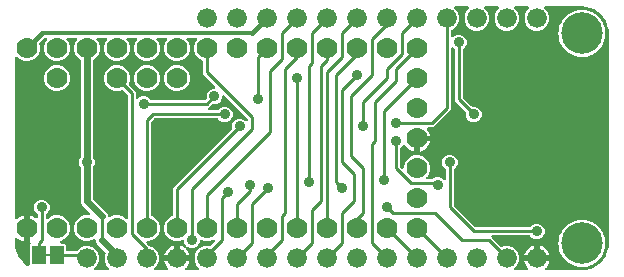
<source format=gbr>
G04 EAGLE Gerber RS-274X export*
G75*
%MOMM*%
%FSLAX34Y34*%
%LPD*%
%INBottom Copper*%
%IPPOS*%
%AMOC8*
5,1,8,0,0,1.08239X$1,22.5*%
G01*
%ADD10C,3.516000*%
%ADD11C,1.676400*%
%ADD12C,1.778000*%
%ADD13R,1.168400X1.600200*%
%ADD14R,0.635000X0.203200*%
%ADD15C,0.906400*%
%ADD16C,0.254000*%
%ADD17C,0.609600*%
%ADD18C,0.406400*%
%ADD19C,0.304800*%

G36*
X436286Y2558D02*
X436286Y2558D01*
X436424Y2571D01*
X436443Y2578D01*
X436464Y2581D01*
X436593Y2632D01*
X436724Y2679D01*
X436740Y2690D01*
X436759Y2698D01*
X436871Y2779D01*
X436987Y2857D01*
X437000Y2873D01*
X437017Y2884D01*
X437105Y2992D01*
X437197Y3096D01*
X437206Y3114D01*
X437219Y3129D01*
X437279Y3255D01*
X437342Y3379D01*
X437346Y3399D01*
X437355Y3417D01*
X437381Y3554D01*
X437411Y3689D01*
X437411Y3710D01*
X437415Y3729D01*
X437406Y3868D01*
X437402Y4007D01*
X437396Y4027D01*
X437395Y4047D01*
X437352Y4179D01*
X437313Y4313D01*
X437303Y4330D01*
X437297Y4349D01*
X437223Y4467D01*
X437152Y4587D01*
X437133Y4608D01*
X437127Y4618D01*
X437112Y4632D01*
X437045Y4707D01*
X436169Y5584D01*
X435158Y6975D01*
X434377Y8507D01*
X433846Y10142D01*
X433837Y10201D01*
X443270Y10201D01*
X443388Y10216D01*
X443507Y10223D01*
X443545Y10235D01*
X443585Y10241D01*
X443696Y10284D01*
X443809Y10321D01*
X443843Y10343D01*
X443881Y10358D01*
X443977Y10427D01*
X444078Y10491D01*
X444106Y10521D01*
X444138Y10544D01*
X444214Y10636D01*
X444296Y10723D01*
X444315Y10758D01*
X444341Y10789D01*
X444392Y10897D01*
X444449Y11001D01*
X444459Y11041D01*
X444477Y11077D01*
X444497Y11184D01*
X444501Y11154D01*
X444545Y11044D01*
X444581Y10931D01*
X444603Y10896D01*
X444618Y10859D01*
X444688Y10762D01*
X444751Y10662D01*
X444781Y10634D01*
X444805Y10601D01*
X444896Y10525D01*
X444983Y10444D01*
X445019Y10424D01*
X445050Y10399D01*
X445157Y10348D01*
X445262Y10290D01*
X445301Y10280D01*
X445337Y10263D01*
X445454Y10241D01*
X445570Y10211D01*
X445630Y10207D01*
X445650Y10203D01*
X445670Y10205D01*
X445730Y10201D01*
X455163Y10201D01*
X455154Y10142D01*
X454623Y8507D01*
X453842Y6975D01*
X452831Y5584D01*
X451955Y4707D01*
X451870Y4598D01*
X451781Y4491D01*
X451772Y4472D01*
X451760Y4456D01*
X451704Y4328D01*
X451645Y4203D01*
X451641Y4183D01*
X451633Y4164D01*
X451611Y4026D01*
X451585Y3890D01*
X451587Y3870D01*
X451583Y3850D01*
X451596Y3711D01*
X451605Y3573D01*
X451611Y3554D01*
X451613Y3534D01*
X451660Y3402D01*
X451703Y3271D01*
X451714Y3253D01*
X451721Y3234D01*
X451799Y3119D01*
X451873Y3002D01*
X451888Y2988D01*
X451899Y2971D01*
X452003Y2879D01*
X452105Y2784D01*
X452123Y2774D01*
X452138Y2761D01*
X452262Y2698D01*
X452383Y2630D01*
X452403Y2625D01*
X452421Y2616D01*
X452557Y2586D01*
X452691Y2551D01*
X452719Y2549D01*
X452731Y2546D01*
X452752Y2547D01*
X452852Y2541D01*
X482600Y2541D01*
X482622Y2543D01*
X482700Y2545D01*
X486077Y2810D01*
X486145Y2824D01*
X486214Y2829D01*
X486370Y2869D01*
X492794Y4956D01*
X492901Y5006D01*
X493012Y5050D01*
X493063Y5083D01*
X493082Y5091D01*
X493097Y5104D01*
X493148Y5136D01*
X498612Y9107D01*
X498699Y9188D01*
X498746Y9227D01*
X498752Y9231D01*
X498753Y9233D01*
X498791Y9264D01*
X498829Y9310D01*
X498844Y9324D01*
X498855Y9342D01*
X498893Y9388D01*
X500586Y11717D01*
X500599Y11741D01*
X500616Y11761D01*
X500675Y11880D01*
X500739Y11996D01*
X500746Y12022D01*
X500758Y12046D01*
X500785Y12174D01*
X500799Y12185D01*
X500823Y12196D01*
X500925Y12280D01*
X501031Y12361D01*
X501048Y12381D01*
X501068Y12398D01*
X501171Y12522D01*
X502864Y14852D01*
X502921Y14956D01*
X502985Y15056D01*
X503007Y15113D01*
X503017Y15131D01*
X503022Y15151D01*
X503044Y15206D01*
X505131Y21630D01*
X505144Y21698D01*
X505167Y21764D01*
X505190Y21923D01*
X505455Y25300D01*
X505455Y25304D01*
X505456Y25307D01*
X505455Y25326D01*
X505459Y25400D01*
X505459Y203200D01*
X505457Y203222D01*
X505455Y203300D01*
X505190Y206677D01*
X505176Y206745D01*
X505171Y206814D01*
X505131Y206970D01*
X503044Y213394D01*
X502993Y213501D01*
X502950Y213612D01*
X502917Y213663D01*
X502909Y213682D01*
X502896Y213697D01*
X502864Y213748D01*
X501171Y216077D01*
X501153Y216097D01*
X501139Y216120D01*
X501044Y216213D01*
X500953Y216309D01*
X500931Y216324D01*
X500912Y216342D01*
X500798Y216408D01*
X500792Y216424D01*
X500789Y216451D01*
X500740Y216575D01*
X500697Y216700D01*
X500682Y216722D01*
X500672Y216747D01*
X500586Y216883D01*
X498893Y219213D01*
X498812Y219299D01*
X498736Y219391D01*
X498690Y219429D01*
X498676Y219444D01*
X498658Y219455D01*
X498612Y219493D01*
X493148Y223464D01*
X493044Y223521D01*
X492944Y223585D01*
X492887Y223607D01*
X492869Y223617D01*
X492849Y223622D01*
X492794Y223644D01*
X486370Y225731D01*
X486302Y225744D01*
X486236Y225767D01*
X486077Y225790D01*
X482700Y226055D01*
X482678Y226054D01*
X482600Y226059D01*
X452134Y226059D01*
X451996Y226042D01*
X451857Y226029D01*
X451838Y226022D01*
X451818Y226019D01*
X451689Y225968D01*
X451558Y225921D01*
X451541Y225910D01*
X451522Y225902D01*
X451410Y225821D01*
X451295Y225743D01*
X451281Y225727D01*
X451265Y225716D01*
X451176Y225608D01*
X451084Y225504D01*
X451075Y225486D01*
X451062Y225471D01*
X451003Y225344D01*
X450940Y225221D01*
X450935Y225201D01*
X450927Y225183D01*
X450901Y225047D01*
X450870Y224911D01*
X450871Y224890D01*
X450867Y224871D01*
X450876Y224732D01*
X450880Y224593D01*
X450885Y224573D01*
X450887Y224553D01*
X450929Y224421D01*
X450968Y224287D01*
X450978Y224270D01*
X450985Y224251D01*
X451059Y224133D01*
X451130Y224013D01*
X451148Y223992D01*
X451155Y223982D01*
X451170Y223968D01*
X451236Y223893D01*
X453329Y221799D01*
X454915Y217972D01*
X454915Y213828D01*
X453329Y210001D01*
X450399Y207071D01*
X446572Y205485D01*
X442428Y205485D01*
X438601Y207071D01*
X435671Y210001D01*
X434085Y213828D01*
X434085Y217972D01*
X435671Y221799D01*
X437764Y223893D01*
X437849Y224002D01*
X437938Y224109D01*
X437946Y224128D01*
X437959Y224144D01*
X438014Y224272D01*
X438073Y224397D01*
X438077Y224417D01*
X438085Y224436D01*
X438107Y224574D01*
X438133Y224710D01*
X438132Y224730D01*
X438135Y224750D01*
X438122Y224889D01*
X438113Y225027D01*
X438107Y225046D01*
X438105Y225066D01*
X438058Y225198D01*
X438015Y225329D01*
X438004Y225347D01*
X437998Y225366D01*
X437920Y225481D01*
X437845Y225598D01*
X437830Y225612D01*
X437819Y225629D01*
X437715Y225721D01*
X437614Y225816D01*
X437596Y225826D01*
X437581Y225839D01*
X437456Y225903D01*
X437335Y225970D01*
X437315Y225975D01*
X437297Y225984D01*
X437162Y226014D01*
X437027Y226049D01*
X436999Y226051D01*
X436987Y226054D01*
X436967Y226053D01*
X436866Y226059D01*
X426734Y226059D01*
X426596Y226042D01*
X426457Y226029D01*
X426438Y226022D01*
X426418Y226019D01*
X426289Y225968D01*
X426158Y225921D01*
X426141Y225910D01*
X426122Y225902D01*
X426010Y225821D01*
X425895Y225743D01*
X425881Y225727D01*
X425865Y225716D01*
X425776Y225608D01*
X425684Y225504D01*
X425675Y225486D01*
X425662Y225471D01*
X425603Y225344D01*
X425540Y225221D01*
X425535Y225201D01*
X425527Y225183D01*
X425501Y225047D01*
X425470Y224911D01*
X425471Y224890D01*
X425467Y224871D01*
X425476Y224732D01*
X425480Y224593D01*
X425485Y224573D01*
X425487Y224553D01*
X425529Y224421D01*
X425568Y224287D01*
X425578Y224270D01*
X425585Y224251D01*
X425659Y224133D01*
X425730Y224013D01*
X425748Y223992D01*
X425755Y223982D01*
X425770Y223968D01*
X425836Y223893D01*
X427929Y221799D01*
X429515Y217972D01*
X429515Y213828D01*
X427929Y210001D01*
X424999Y207071D01*
X421172Y205485D01*
X417028Y205485D01*
X413201Y207071D01*
X410271Y210001D01*
X408685Y213828D01*
X408685Y217972D01*
X410271Y221799D01*
X412364Y223893D01*
X412449Y224002D01*
X412538Y224109D01*
X412546Y224128D01*
X412559Y224144D01*
X412614Y224272D01*
X412673Y224397D01*
X412677Y224417D01*
X412685Y224436D01*
X412707Y224574D01*
X412733Y224710D01*
X412732Y224730D01*
X412735Y224750D01*
X412722Y224889D01*
X412713Y225027D01*
X412707Y225046D01*
X412705Y225066D01*
X412658Y225198D01*
X412615Y225329D01*
X412604Y225347D01*
X412598Y225366D01*
X412520Y225481D01*
X412445Y225598D01*
X412430Y225612D01*
X412419Y225629D01*
X412315Y225721D01*
X412214Y225816D01*
X412196Y225826D01*
X412181Y225839D01*
X412056Y225903D01*
X411935Y225970D01*
X411915Y225975D01*
X411897Y225984D01*
X411762Y226014D01*
X411627Y226049D01*
X411599Y226051D01*
X411587Y226054D01*
X411567Y226053D01*
X411466Y226059D01*
X401334Y226059D01*
X401196Y226042D01*
X401057Y226029D01*
X401038Y226022D01*
X401018Y226019D01*
X400889Y225968D01*
X400758Y225921D01*
X400741Y225910D01*
X400722Y225902D01*
X400610Y225821D01*
X400495Y225743D01*
X400481Y225727D01*
X400465Y225716D01*
X400376Y225608D01*
X400284Y225504D01*
X400275Y225486D01*
X400262Y225471D01*
X400203Y225344D01*
X400140Y225221D01*
X400135Y225201D01*
X400127Y225183D01*
X400101Y225047D01*
X400070Y224911D01*
X400071Y224890D01*
X400067Y224871D01*
X400076Y224732D01*
X400080Y224593D01*
X400085Y224573D01*
X400087Y224553D01*
X400129Y224421D01*
X400168Y224287D01*
X400178Y224270D01*
X400185Y224251D01*
X400259Y224133D01*
X400330Y224013D01*
X400348Y223992D01*
X400355Y223982D01*
X400370Y223968D01*
X400436Y223893D01*
X402529Y221799D01*
X404115Y217972D01*
X404115Y213828D01*
X402529Y210001D01*
X399599Y207071D01*
X395772Y205485D01*
X391628Y205485D01*
X387801Y207071D01*
X384871Y210001D01*
X383285Y213828D01*
X383285Y217972D01*
X384871Y221799D01*
X386964Y223893D01*
X387049Y224002D01*
X387138Y224109D01*
X387146Y224128D01*
X387159Y224144D01*
X387214Y224272D01*
X387273Y224397D01*
X387277Y224417D01*
X387285Y224436D01*
X387307Y224574D01*
X387333Y224710D01*
X387332Y224730D01*
X387335Y224750D01*
X387322Y224889D01*
X387313Y225027D01*
X387307Y225046D01*
X387305Y225066D01*
X387258Y225198D01*
X387215Y225329D01*
X387204Y225347D01*
X387198Y225366D01*
X387120Y225481D01*
X387045Y225598D01*
X387030Y225612D01*
X387019Y225629D01*
X386915Y225721D01*
X386814Y225816D01*
X386796Y225826D01*
X386781Y225839D01*
X386656Y225903D01*
X386535Y225970D01*
X386515Y225975D01*
X386497Y225984D01*
X386362Y226014D01*
X386227Y226049D01*
X386199Y226051D01*
X386187Y226054D01*
X386167Y226053D01*
X386066Y226059D01*
X375934Y226059D01*
X375796Y226042D01*
X375657Y226029D01*
X375638Y226022D01*
X375618Y226019D01*
X375489Y225968D01*
X375358Y225921D01*
X375341Y225910D01*
X375322Y225902D01*
X375210Y225821D01*
X375095Y225743D01*
X375081Y225727D01*
X375065Y225716D01*
X374976Y225608D01*
X374884Y225504D01*
X374875Y225486D01*
X374862Y225471D01*
X374803Y225344D01*
X374740Y225221D01*
X374735Y225201D01*
X374727Y225183D01*
X374701Y225047D01*
X374670Y224911D01*
X374671Y224890D01*
X374667Y224871D01*
X374676Y224732D01*
X374680Y224593D01*
X374685Y224573D01*
X374687Y224553D01*
X374729Y224421D01*
X374768Y224287D01*
X374778Y224270D01*
X374785Y224251D01*
X374859Y224133D01*
X374930Y224013D01*
X374948Y223992D01*
X374955Y223982D01*
X374970Y223968D01*
X375036Y223893D01*
X377129Y221799D01*
X378715Y217972D01*
X378715Y213828D01*
X377129Y210001D01*
X374199Y207071D01*
X372386Y206320D01*
X372361Y206305D01*
X372333Y206296D01*
X372223Y206227D01*
X372110Y206162D01*
X372089Y206142D01*
X372064Y206126D01*
X371975Y206031D01*
X371882Y205941D01*
X371866Y205916D01*
X371846Y205894D01*
X371783Y205780D01*
X371715Y205670D01*
X371707Y205642D01*
X371692Y205616D01*
X371660Y205490D01*
X371622Y205366D01*
X371620Y205336D01*
X371613Y205308D01*
X371603Y205147D01*
X371603Y201071D01*
X371620Y200933D01*
X371633Y200795D01*
X371640Y200776D01*
X371643Y200755D01*
X371694Y200626D01*
X371741Y200495D01*
X371752Y200478D01*
X371760Y200460D01*
X371841Y200347D01*
X371919Y200232D01*
X371935Y200219D01*
X371946Y200202D01*
X372054Y200114D01*
X372158Y200022D01*
X372176Y200012D01*
X372191Y200000D01*
X372317Y199940D01*
X372441Y199877D01*
X372461Y199873D01*
X372479Y199864D01*
X372616Y199838D01*
X372751Y199807D01*
X372772Y199808D01*
X372791Y199804D01*
X372930Y199813D01*
X373069Y199817D01*
X373089Y199823D01*
X373109Y199824D01*
X373241Y199867D01*
X373375Y199905D01*
X373392Y199916D01*
X373411Y199922D01*
X373529Y199996D01*
X373649Y200067D01*
X373670Y200086D01*
X373680Y200092D01*
X373694Y200107D01*
X373769Y200173D01*
X374741Y201145D01*
X377154Y202145D01*
X379766Y202145D01*
X382179Y201145D01*
X384025Y199299D01*
X385025Y196886D01*
X385025Y194274D01*
X384025Y191861D01*
X382134Y189971D01*
X382074Y189892D01*
X382006Y189820D01*
X381977Y189767D01*
X381940Y189719D01*
X381900Y189628D01*
X381852Y189542D01*
X381837Y189483D01*
X381813Y189427D01*
X381798Y189329D01*
X381773Y189234D01*
X381767Y189134D01*
X381763Y189113D01*
X381765Y189101D01*
X381763Y189073D01*
X381763Y149214D01*
X381775Y149116D01*
X381778Y149017D01*
X381795Y148958D01*
X381803Y148898D01*
X381839Y148806D01*
X381867Y148711D01*
X381897Y148659D01*
X381920Y148603D01*
X381978Y148523D01*
X382028Y148437D01*
X382094Y148362D01*
X382106Y148345D01*
X382116Y148337D01*
X382134Y148316D01*
X388894Y141556D01*
X388973Y141496D01*
X389045Y141428D01*
X389098Y141399D01*
X389146Y141362D01*
X389237Y141322D01*
X389323Y141274D01*
X389382Y141259D01*
X389437Y141235D01*
X389535Y141220D01*
X389631Y141195D01*
X389731Y141189D01*
X389752Y141185D01*
X389764Y141187D01*
X389792Y141185D01*
X392466Y141185D01*
X394879Y140185D01*
X396725Y138339D01*
X397725Y135926D01*
X397725Y133314D01*
X396725Y130901D01*
X394879Y129055D01*
X392466Y128055D01*
X389854Y128055D01*
X387441Y129055D01*
X385595Y130901D01*
X384595Y133314D01*
X384595Y135988D01*
X384583Y136086D01*
X384580Y136185D01*
X384563Y136244D01*
X384555Y136304D01*
X384519Y136396D01*
X384491Y136491D01*
X384461Y136543D01*
X384438Y136599D01*
X384380Y136679D01*
X384330Y136765D01*
X384264Y136840D01*
X384252Y136857D01*
X384242Y136865D01*
X384224Y136886D01*
X375157Y145952D01*
X375157Y189073D01*
X375145Y189171D01*
X375142Y189270D01*
X375125Y189329D01*
X375117Y189389D01*
X375081Y189480D01*
X375053Y189576D01*
X375023Y189628D01*
X375000Y189684D01*
X374942Y189764D01*
X374892Y189850D01*
X374826Y189925D01*
X374814Y189942D01*
X374804Y189949D01*
X374786Y189971D01*
X373769Y190987D01*
X373660Y191071D01*
X373553Y191160D01*
X373534Y191169D01*
X373518Y191182D01*
X373391Y191237D01*
X373265Y191296D01*
X373245Y191300D01*
X373226Y191308D01*
X373088Y191330D01*
X372952Y191356D01*
X372932Y191355D01*
X372912Y191358D01*
X372773Y191345D01*
X372635Y191336D01*
X372616Y191330D01*
X372596Y191328D01*
X372464Y191281D01*
X372333Y191238D01*
X372315Y191227D01*
X372296Y191220D01*
X372181Y191142D01*
X372064Y191068D01*
X372050Y191053D01*
X372033Y191042D01*
X371941Y190938D01*
X371846Y190836D01*
X371836Y190818D01*
X371823Y190803D01*
X371760Y190680D01*
X371692Y190558D01*
X371687Y190538D01*
X371678Y190520D01*
X371648Y190384D01*
X371613Y190250D01*
X371611Y190222D01*
X371608Y190210D01*
X371609Y190189D01*
X371603Y190089D01*
X371603Y138332D01*
X356968Y123697D01*
X352693Y123697D01*
X352653Y123692D01*
X352613Y123695D01*
X352496Y123672D01*
X352377Y123657D01*
X352340Y123643D01*
X352301Y123635D01*
X352193Y123584D01*
X352081Y123540D01*
X352049Y123517D01*
X352013Y123500D01*
X351921Y123424D01*
X351824Y123354D01*
X351799Y123323D01*
X351768Y123298D01*
X351698Y123201D01*
X351621Y123109D01*
X351604Y123073D01*
X351581Y123040D01*
X351537Y122929D01*
X351486Y122821D01*
X351478Y122782D01*
X351464Y122745D01*
X351448Y122626D01*
X351426Y122509D01*
X351428Y122469D01*
X351423Y122429D01*
X351438Y122311D01*
X351446Y122191D01*
X351458Y122153D01*
X351463Y122114D01*
X351507Y122002D01*
X351544Y121889D01*
X351565Y121855D01*
X351580Y121818D01*
X351666Y121682D01*
X352676Y120291D01*
X353493Y118688D01*
X354049Y116977D01*
X354091Y116712D01*
X344043Y116712D01*
X343925Y116697D01*
X343806Y116690D01*
X343768Y116677D01*
X343728Y116672D01*
X343617Y116629D01*
X343504Y116592D01*
X343470Y116570D01*
X343432Y116555D01*
X343336Y116486D01*
X343235Y116422D01*
X343207Y116392D01*
X343175Y116369D01*
X343099Y116277D01*
X343017Y116190D01*
X342998Y116155D01*
X342972Y116124D01*
X342921Y116016D01*
X342864Y115912D01*
X342854Y115872D01*
X342836Y115836D01*
X342814Y115719D01*
X342784Y115604D01*
X342780Y115544D01*
X342777Y115524D01*
X342778Y115503D01*
X342774Y115443D01*
X342774Y114426D01*
X341757Y114426D01*
X341639Y114411D01*
X341520Y114404D01*
X341482Y114391D01*
X341441Y114386D01*
X341331Y114342D01*
X341218Y114306D01*
X341183Y114284D01*
X341146Y114269D01*
X341049Y114199D01*
X340949Y114136D01*
X340921Y114106D01*
X340888Y114082D01*
X340812Y113991D01*
X340731Y113904D01*
X340711Y113869D01*
X340686Y113837D01*
X340635Y113730D01*
X340577Y113625D01*
X340567Y113586D01*
X340550Y113550D01*
X340528Y113433D01*
X340498Y113317D01*
X340494Y113257D01*
X340490Y113237D01*
X340492Y113217D01*
X340488Y113157D01*
X340488Y103109D01*
X340223Y103151D01*
X338512Y103707D01*
X336909Y104523D01*
X335453Y105581D01*
X334181Y106853D01*
X333124Y108309D01*
X333090Y108375D01*
X333039Y108449D01*
X332998Y108529D01*
X332950Y108580D01*
X332911Y108638D01*
X332844Y108698D01*
X332784Y108764D01*
X332725Y108802D01*
X332673Y108849D01*
X332593Y108889D01*
X332518Y108939D01*
X332452Y108961D01*
X332389Y108993D01*
X332302Y109013D01*
X332217Y109042D01*
X332147Y109047D01*
X332079Y109063D01*
X331989Y109060D01*
X331900Y109067D01*
X331831Y109055D01*
X331761Y109053D01*
X331675Y109028D01*
X331587Y109013D01*
X331523Y108984D01*
X331456Y108964D01*
X331378Y108919D01*
X331297Y108882D01*
X331242Y108838D01*
X331182Y108803D01*
X331118Y108739D01*
X331048Y108683D01*
X331006Y108627D01*
X330957Y108578D01*
X330911Y108501D01*
X330857Y108429D01*
X330802Y108317D01*
X330794Y108304D01*
X330793Y108298D01*
X330786Y108285D01*
X330685Y108041D01*
X328794Y106151D01*
X328734Y106072D01*
X328666Y106000D01*
X328637Y105947D01*
X328600Y105899D01*
X328560Y105808D01*
X328512Y105722D01*
X328497Y105663D01*
X328473Y105607D01*
X328458Y105509D01*
X328433Y105414D01*
X328427Y105314D01*
X328423Y105293D01*
X328425Y105281D01*
X328423Y105253D01*
X328423Y90794D01*
X328435Y90696D01*
X328438Y90597D01*
X328455Y90538D01*
X328463Y90478D01*
X328499Y90386D01*
X328527Y90291D01*
X328557Y90239D01*
X328580Y90183D01*
X328638Y90103D01*
X328688Y90017D01*
X328754Y89942D01*
X328766Y89925D01*
X328776Y89917D01*
X328794Y89896D01*
X329811Y88880D01*
X329920Y88795D01*
X330027Y88706D01*
X330046Y88698D01*
X330062Y88685D01*
X330189Y88630D01*
X330315Y88571D01*
X330335Y88567D01*
X330354Y88559D01*
X330492Y88537D01*
X330628Y88511D01*
X330648Y88512D01*
X330668Y88509D01*
X330807Y88522D01*
X330945Y88531D01*
X330964Y88537D01*
X330984Y88539D01*
X331116Y88586D01*
X331247Y88629D01*
X331265Y88640D01*
X331284Y88647D01*
X331399Y88725D01*
X331516Y88799D01*
X331530Y88814D01*
X331547Y88825D01*
X331639Y88929D01*
X331734Y89031D01*
X331744Y89048D01*
X331757Y89064D01*
X331820Y89187D01*
X331888Y89309D01*
X331893Y89329D01*
X331902Y89347D01*
X331932Y89483D01*
X331967Y89617D01*
X331969Y89645D01*
X331972Y89657D01*
X331971Y89678D01*
X331977Y89778D01*
X331977Y91073D01*
X333640Y95087D01*
X336713Y98160D01*
X340727Y99823D01*
X345073Y99823D01*
X349087Y98160D01*
X352160Y95087D01*
X353823Y91073D01*
X353823Y86727D01*
X352160Y82713D01*
X351117Y81669D01*
X351032Y81560D01*
X350943Y81453D01*
X350934Y81434D01*
X350922Y81418D01*
X350866Y81291D01*
X350807Y81165D01*
X350803Y81145D01*
X350795Y81126D01*
X350773Y80988D01*
X350747Y80852D01*
X350749Y80832D01*
X350745Y80812D01*
X350758Y80673D01*
X350767Y80535D01*
X350773Y80516D01*
X350775Y80496D01*
X350822Y80364D01*
X350865Y80233D01*
X350876Y80215D01*
X350883Y80196D01*
X350961Y80081D01*
X351035Y79964D01*
X351050Y79950D01*
X351061Y79933D01*
X351165Y79841D01*
X351267Y79746D01*
X351285Y79736D01*
X351300Y79723D01*
X351424Y79660D01*
X351545Y79592D01*
X351565Y79587D01*
X351583Y79578D01*
X351719Y79548D01*
X351853Y79513D01*
X351881Y79511D01*
X351893Y79508D01*
X351914Y79509D01*
X352014Y79503D01*
X355443Y79503D01*
X355541Y79515D01*
X355640Y79518D01*
X355698Y79535D01*
X355759Y79543D01*
X355851Y79579D01*
X355946Y79607D01*
X355998Y79637D01*
X356054Y79660D01*
X356134Y79718D01*
X356220Y79768D01*
X356295Y79834D01*
X356312Y79846D01*
X356319Y79856D01*
X356341Y79874D01*
X356961Y80495D01*
X359374Y81495D01*
X361986Y81495D01*
X364399Y80495D01*
X365371Y79523D01*
X365480Y79439D01*
X365587Y79350D01*
X365606Y79341D01*
X365622Y79328D01*
X365749Y79273D01*
X365875Y79214D01*
X365895Y79210D01*
X365914Y79202D01*
X366052Y79180D01*
X366188Y79154D01*
X366208Y79155D01*
X366228Y79152D01*
X366367Y79165D01*
X366505Y79174D01*
X366524Y79180D01*
X366544Y79182D01*
X366676Y79229D01*
X366807Y79272D01*
X366825Y79283D01*
X366844Y79290D01*
X366959Y79368D01*
X367076Y79442D01*
X367090Y79457D01*
X367107Y79468D01*
X367198Y79572D01*
X367294Y79674D01*
X367304Y79692D01*
X367317Y79707D01*
X367380Y79830D01*
X367448Y79952D01*
X367453Y79972D01*
X367462Y79990D01*
X367492Y80126D01*
X367527Y80260D01*
X367529Y80288D01*
X367532Y80300D01*
X367531Y80321D01*
X367537Y80421D01*
X367537Y87473D01*
X367525Y87571D01*
X367522Y87670D01*
X367505Y87728D01*
X367497Y87789D01*
X367461Y87881D01*
X367433Y87976D01*
X367403Y88028D01*
X367380Y88084D01*
X367322Y88164D01*
X367272Y88250D01*
X367206Y88325D01*
X367194Y88342D01*
X367184Y88349D01*
X367166Y88371D01*
X365275Y90261D01*
X364275Y92674D01*
X364275Y95286D01*
X365275Y97699D01*
X367121Y99545D01*
X369534Y100545D01*
X372146Y100545D01*
X374559Y99545D01*
X376405Y97699D01*
X377405Y95286D01*
X377405Y92674D01*
X376405Y90261D01*
X374514Y88371D01*
X374454Y88292D01*
X374386Y88220D01*
X374357Y88167D01*
X374320Y88119D01*
X374280Y88028D01*
X374232Y87942D01*
X374217Y87883D01*
X374193Y87827D01*
X374178Y87729D01*
X374153Y87634D01*
X374147Y87534D01*
X374143Y87513D01*
X374145Y87501D01*
X374143Y87473D01*
X374143Y57774D01*
X374155Y57676D01*
X374158Y57577D01*
X374175Y57518D01*
X374183Y57458D01*
X374219Y57366D01*
X374247Y57271D01*
X374277Y57219D01*
X374300Y57163D01*
X374358Y57083D01*
X374408Y56997D01*
X374474Y56922D01*
X374486Y56905D01*
X374496Y56897D01*
X374514Y56876D01*
X392156Y39234D01*
X392235Y39174D01*
X392307Y39106D01*
X392360Y39077D01*
X392408Y39040D01*
X392499Y39000D01*
X392585Y38952D01*
X392644Y38937D01*
X392699Y38913D01*
X392797Y38898D01*
X392893Y38873D01*
X392993Y38867D01*
X393014Y38863D01*
X393026Y38865D01*
X393054Y38863D01*
X437993Y38863D01*
X438091Y38875D01*
X438190Y38878D01*
X438248Y38895D01*
X438309Y38903D01*
X438401Y38939D01*
X438496Y38967D01*
X438548Y38997D01*
X438604Y39020D01*
X438684Y39078D01*
X438770Y39128D01*
X438845Y39194D01*
X438862Y39206D01*
X438869Y39216D01*
X438891Y39234D01*
X440781Y41125D01*
X443194Y42125D01*
X445806Y42125D01*
X448219Y41125D01*
X450065Y39279D01*
X451065Y36866D01*
X451065Y34254D01*
X450065Y31841D01*
X448219Y29995D01*
X445806Y28995D01*
X443194Y28995D01*
X440781Y29995D01*
X438891Y31886D01*
X438812Y31946D01*
X438740Y32014D01*
X438687Y32043D01*
X438639Y32080D01*
X438548Y32120D01*
X438462Y32168D01*
X438403Y32183D01*
X438347Y32207D01*
X438249Y32222D01*
X438154Y32247D01*
X438054Y32253D01*
X438033Y32257D01*
X438021Y32255D01*
X437993Y32257D01*
X407278Y32257D01*
X407140Y32240D01*
X407001Y32227D01*
X406982Y32220D01*
X406962Y32217D01*
X406833Y32166D01*
X406702Y32119D01*
X406685Y32108D01*
X406667Y32100D01*
X406554Y32019D01*
X406439Y31941D01*
X406426Y31925D01*
X406409Y31914D01*
X406320Y31806D01*
X406228Y31702D01*
X406219Y31684D01*
X406206Y31669D01*
X406147Y31543D01*
X406084Y31419D01*
X406079Y31399D01*
X406071Y31381D01*
X406045Y31245D01*
X406014Y31109D01*
X406015Y31088D01*
X406011Y31069D01*
X406020Y30930D01*
X406024Y30791D01*
X406030Y30771D01*
X406031Y30751D01*
X406074Y30619D01*
X406112Y30485D01*
X406123Y30468D01*
X406129Y30449D01*
X406203Y30331D01*
X406274Y30211D01*
X406292Y30190D01*
X406299Y30180D01*
X406314Y30166D01*
X406380Y30091D01*
X413832Y22639D01*
X413855Y22621D01*
X413874Y22598D01*
X413980Y22524D01*
X414083Y22444D01*
X414110Y22432D01*
X414134Y22415D01*
X414256Y22369D01*
X414375Y22318D01*
X414404Y22313D01*
X414432Y22302D01*
X414561Y22288D01*
X414689Y22268D01*
X414719Y22270D01*
X414748Y22267D01*
X414876Y22285D01*
X415006Y22297D01*
X415034Y22307D01*
X415063Y22312D01*
X415215Y22364D01*
X417028Y23115D01*
X421172Y23115D01*
X424999Y21529D01*
X427929Y18599D01*
X429515Y14772D01*
X429515Y10628D01*
X427929Y6801D01*
X425836Y4707D01*
X425751Y4598D01*
X425662Y4491D01*
X425654Y4472D01*
X425641Y4456D01*
X425586Y4328D01*
X425527Y4203D01*
X425523Y4183D01*
X425515Y4164D01*
X425493Y4026D01*
X425467Y3890D01*
X425468Y3870D01*
X425465Y3850D01*
X425478Y3711D01*
X425487Y3573D01*
X425493Y3554D01*
X425495Y3534D01*
X425542Y3402D01*
X425585Y3271D01*
X425596Y3253D01*
X425602Y3234D01*
X425680Y3119D01*
X425755Y3002D01*
X425770Y2988D01*
X425781Y2971D01*
X425885Y2879D01*
X425986Y2784D01*
X426004Y2774D01*
X426019Y2761D01*
X426144Y2697D01*
X426265Y2630D01*
X426285Y2625D01*
X426303Y2616D01*
X426438Y2586D01*
X426573Y2551D01*
X426601Y2549D01*
X426613Y2546D01*
X426633Y2547D01*
X426734Y2541D01*
X436148Y2541D01*
X436286Y2558D01*
G37*
G36*
X81404Y2558D02*
X81404Y2558D01*
X81543Y2571D01*
X81562Y2578D01*
X81582Y2581D01*
X81711Y2632D01*
X81842Y2679D01*
X81859Y2690D01*
X81878Y2698D01*
X81990Y2779D01*
X82105Y2857D01*
X82119Y2873D01*
X82135Y2884D01*
X82224Y2992D01*
X82316Y3096D01*
X82325Y3114D01*
X82338Y3129D01*
X82397Y3255D01*
X82460Y3379D01*
X82465Y3399D01*
X82473Y3417D01*
X82499Y3553D01*
X82530Y3689D01*
X82529Y3710D01*
X82533Y3729D01*
X82524Y3868D01*
X82520Y4007D01*
X82515Y4027D01*
X82513Y4047D01*
X82471Y4179D01*
X82432Y4313D01*
X82422Y4330D01*
X82415Y4349D01*
X82341Y4467D01*
X82270Y4587D01*
X82252Y4608D01*
X82245Y4618D01*
X82230Y4632D01*
X82164Y4707D01*
X80071Y6801D01*
X78485Y10628D01*
X78485Y14772D01*
X79244Y16603D01*
X79252Y16631D01*
X79265Y16658D01*
X79293Y16784D01*
X79328Y16910D01*
X79328Y16939D01*
X79335Y16968D01*
X79331Y17098D01*
X79333Y17228D01*
X79326Y17256D01*
X79325Y17286D01*
X79289Y17410D01*
X79259Y17537D01*
X79245Y17563D01*
X79237Y17591D01*
X79171Y17703D01*
X79110Y17818D01*
X79090Y17840D01*
X79075Y17865D01*
X78969Y17986D01*
X71893Y25062D01*
X71119Y26929D01*
X71119Y27534D01*
X71113Y27583D01*
X71115Y27633D01*
X71093Y27740D01*
X71079Y27849D01*
X71061Y27896D01*
X71051Y27944D01*
X71003Y28043D01*
X70962Y28145D01*
X70933Y28185D01*
X70911Y28230D01*
X70840Y28313D01*
X70776Y28402D01*
X70737Y28434D01*
X70705Y28472D01*
X70615Y28535D01*
X70531Y28605D01*
X70486Y28626D01*
X70445Y28655D01*
X70342Y28694D01*
X70243Y28741D01*
X70194Y28750D01*
X70148Y28768D01*
X70038Y28780D01*
X69931Y28800D01*
X69881Y28797D01*
X69832Y28803D01*
X69723Y28788D01*
X69613Y28781D01*
X69566Y28765D01*
X69517Y28758D01*
X69364Y28706D01*
X65673Y27177D01*
X61327Y27177D01*
X57313Y28840D01*
X54240Y31913D01*
X52577Y35927D01*
X52577Y40273D01*
X54240Y44287D01*
X57313Y47360D01*
X61327Y49023D01*
X65188Y49023D01*
X65325Y49040D01*
X65464Y49053D01*
X65483Y49060D01*
X65503Y49063D01*
X65632Y49114D01*
X65763Y49161D01*
X65780Y49172D01*
X65799Y49180D01*
X65911Y49261D01*
X66027Y49339D01*
X66040Y49355D01*
X66056Y49366D01*
X66145Y49474D01*
X66237Y49578D01*
X66246Y49596D01*
X66259Y49611D01*
X66318Y49737D01*
X66382Y49861D01*
X66386Y49881D01*
X66395Y49899D01*
X66421Y50035D01*
X66451Y50171D01*
X66451Y50192D01*
X66454Y50211D01*
X66446Y50350D01*
X66442Y50489D01*
X66436Y50509D01*
X66435Y50529D01*
X66392Y50661D01*
X66353Y50795D01*
X66343Y50812D01*
X66337Y50831D01*
X66262Y50949D01*
X66192Y51069D01*
X66173Y51090D01*
X66167Y51100D01*
X66152Y51114D01*
X66085Y51189D01*
X59193Y58082D01*
X58419Y59949D01*
X58419Y89251D01*
X58407Y89349D01*
X58404Y89448D01*
X58387Y89506D01*
X58379Y89567D01*
X58343Y89659D01*
X58315Y89754D01*
X58285Y89806D01*
X58262Y89862D01*
X58204Y89942D01*
X58154Y90028D01*
X58088Y90103D01*
X58076Y90120D01*
X58066Y90127D01*
X58048Y90149D01*
X57935Y90261D01*
X56935Y92674D01*
X56935Y95286D01*
X57935Y97699D01*
X58048Y97811D01*
X58108Y97890D01*
X58176Y97962D01*
X58205Y98015D01*
X58242Y98063D01*
X58282Y98154D01*
X58330Y98240D01*
X58345Y98299D01*
X58369Y98355D01*
X58384Y98453D01*
X58409Y98548D01*
X58415Y98648D01*
X58419Y98669D01*
X58417Y98681D01*
X58419Y98709D01*
X58419Y179934D01*
X58416Y179963D01*
X58418Y179993D01*
X58396Y180120D01*
X58379Y180249D01*
X58369Y180277D01*
X58364Y180306D01*
X58310Y180425D01*
X58262Y180545D01*
X58245Y180569D01*
X58233Y180596D01*
X58152Y180697D01*
X58076Y180802D01*
X58053Y180821D01*
X58034Y180844D01*
X57931Y180922D01*
X57831Y181005D01*
X57804Y181018D01*
X57780Y181035D01*
X57636Y181106D01*
X57313Y181240D01*
X54240Y184313D01*
X52577Y188327D01*
X52577Y192673D01*
X54240Y196687D01*
X55029Y197477D01*
X55114Y197586D01*
X55203Y197693D01*
X55212Y197712D01*
X55224Y197728D01*
X55280Y197855D01*
X55339Y197981D01*
X55343Y198001D01*
X55351Y198020D01*
X55373Y198158D01*
X55399Y198294D01*
X55397Y198314D01*
X55401Y198334D01*
X55388Y198473D01*
X55379Y198611D01*
X55373Y198630D01*
X55371Y198650D01*
X55324Y198782D01*
X55281Y198913D01*
X55270Y198931D01*
X55263Y198950D01*
X55185Y199065D01*
X55111Y199182D01*
X55096Y199196D01*
X55085Y199213D01*
X54981Y199305D01*
X54879Y199400D01*
X54861Y199410D01*
X54846Y199423D01*
X54722Y199486D01*
X54601Y199554D01*
X54581Y199559D01*
X54563Y199568D01*
X54427Y199598D01*
X54293Y199633D01*
X54265Y199635D01*
X54253Y199638D01*
X54232Y199637D01*
X54132Y199643D01*
X47468Y199643D01*
X47330Y199626D01*
X47192Y199613D01*
X47173Y199606D01*
X47152Y199603D01*
X47023Y199552D01*
X46892Y199505D01*
X46876Y199494D01*
X46857Y199486D01*
X46745Y199405D01*
X46629Y199327D01*
X46616Y199311D01*
X46599Y199300D01*
X46511Y199192D01*
X46419Y199088D01*
X46410Y199070D01*
X46397Y199055D01*
X46337Y198929D01*
X46274Y198805D01*
X46270Y198785D01*
X46261Y198767D01*
X46235Y198630D01*
X46205Y198495D01*
X46205Y198474D01*
X46201Y198455D01*
X46210Y198316D01*
X46214Y198177D01*
X46220Y198157D01*
X46221Y198137D01*
X46264Y198005D01*
X46303Y197871D01*
X46313Y197854D01*
X46319Y197835D01*
X46393Y197717D01*
X46464Y197597D01*
X46483Y197576D01*
X46489Y197566D01*
X46504Y197552D01*
X46571Y197477D01*
X47360Y196687D01*
X49023Y192673D01*
X49023Y188327D01*
X47360Y184313D01*
X44287Y181240D01*
X40273Y179577D01*
X35927Y179577D01*
X31913Y181240D01*
X28840Y184313D01*
X27177Y188327D01*
X27177Y192673D01*
X28840Y196687D01*
X29629Y197477D01*
X29714Y197586D01*
X29803Y197693D01*
X29812Y197712D01*
X29824Y197728D01*
X29880Y197855D01*
X29939Y197981D01*
X29943Y198001D01*
X29951Y198020D01*
X29973Y198158D01*
X29999Y198294D01*
X29997Y198314D01*
X30001Y198334D01*
X29988Y198473D01*
X29979Y198611D01*
X29973Y198630D01*
X29971Y198650D01*
X29924Y198782D01*
X29881Y198913D01*
X29870Y198931D01*
X29863Y198950D01*
X29785Y199065D01*
X29711Y199182D01*
X29696Y199196D01*
X29685Y199213D01*
X29581Y199305D01*
X29479Y199400D01*
X29461Y199410D01*
X29446Y199423D01*
X29322Y199486D01*
X29201Y199554D01*
X29181Y199559D01*
X29163Y199568D01*
X29027Y199598D01*
X28893Y199633D01*
X28865Y199635D01*
X28853Y199638D01*
X28832Y199637D01*
X28732Y199643D01*
X28117Y199643D01*
X28019Y199631D01*
X27920Y199628D01*
X27862Y199611D01*
X27802Y199603D01*
X27710Y199567D01*
X27615Y199539D01*
X27563Y199509D01*
X27506Y199486D01*
X27426Y199428D01*
X27341Y199378D01*
X27265Y199312D01*
X27249Y199300D01*
X27241Y199290D01*
X27220Y199272D01*
X23343Y195395D01*
X23325Y195371D01*
X23303Y195352D01*
X23228Y195246D01*
X23148Y195144D01*
X23137Y195116D01*
X23120Y195092D01*
X23074Y194971D01*
X23022Y194852D01*
X23017Y194823D01*
X23007Y194795D01*
X22992Y194666D01*
X22972Y194538D01*
X22975Y194508D01*
X22972Y194479D01*
X22990Y194350D01*
X23002Y194221D01*
X23012Y194193D01*
X23016Y194164D01*
X23068Y194012D01*
X23623Y192673D01*
X23623Y188327D01*
X21960Y184313D01*
X18887Y181240D01*
X14873Y179577D01*
X10527Y179577D01*
X6513Y181240D01*
X4707Y183045D01*
X4598Y183131D01*
X4491Y183219D01*
X4472Y183228D01*
X4456Y183240D01*
X4328Y183296D01*
X4203Y183355D01*
X4183Y183359D01*
X4164Y183367D01*
X4026Y183389D01*
X3890Y183415D01*
X3870Y183413D01*
X3850Y183417D01*
X3711Y183404D01*
X3573Y183395D01*
X3554Y183389D01*
X3534Y183387D01*
X3402Y183340D01*
X3271Y183297D01*
X3253Y183286D01*
X3234Y183279D01*
X3119Y183201D01*
X3002Y183127D01*
X2988Y183112D01*
X2971Y183101D01*
X2879Y182996D01*
X2784Y182895D01*
X2774Y182877D01*
X2761Y182862D01*
X2697Y182738D01*
X2630Y182617D01*
X2625Y182597D01*
X2616Y182579D01*
X2586Y182443D01*
X2551Y182309D01*
X2549Y182281D01*
X2546Y182269D01*
X2547Y182248D01*
X2541Y182148D01*
X2541Y47170D01*
X2558Y47032D01*
X2571Y46894D01*
X2578Y46875D01*
X2581Y46855D01*
X2632Y46725D01*
X2679Y46595D01*
X2690Y46578D01*
X2698Y46559D01*
X2779Y46447D01*
X2857Y46332D01*
X2873Y46318D01*
X2884Y46302D01*
X2992Y46213D01*
X3096Y46121D01*
X3114Y46112D01*
X3129Y46099D01*
X3255Y46040D01*
X3379Y45977D01*
X3399Y45972D01*
X3417Y45964D01*
X3553Y45938D01*
X3689Y45907D01*
X3710Y45908D01*
X3729Y45904D01*
X3868Y45912D01*
X4007Y45917D01*
X4027Y45922D01*
X4047Y45924D01*
X4179Y45966D01*
X4313Y46005D01*
X4330Y46015D01*
X4349Y46022D01*
X4467Y46096D01*
X4587Y46167D01*
X4608Y46185D01*
X4618Y46192D01*
X4632Y46207D01*
X4708Y46273D01*
X5253Y46819D01*
X6709Y47877D01*
X8312Y48693D01*
X10023Y49249D01*
X10288Y49291D01*
X10288Y39243D01*
X10303Y39125D01*
X10310Y39006D01*
X10322Y38968D01*
X10328Y38928D01*
X10371Y38817D01*
X10408Y38704D01*
X10430Y38670D01*
X10445Y38632D01*
X10514Y38536D01*
X10578Y38435D01*
X10608Y38407D01*
X10631Y38375D01*
X10723Y38299D01*
X10810Y38217D01*
X10845Y38198D01*
X10876Y38172D01*
X10984Y38121D01*
X11015Y38104D01*
X10983Y38084D01*
X10946Y38069D01*
X10849Y37999D01*
X10749Y37936D01*
X10721Y37906D01*
X10688Y37882D01*
X10612Y37791D01*
X10531Y37704D01*
X10511Y37669D01*
X10486Y37637D01*
X10435Y37530D01*
X10377Y37425D01*
X10367Y37386D01*
X10350Y37350D01*
X10328Y37233D01*
X10298Y37117D01*
X10294Y37057D01*
X10290Y37037D01*
X10292Y37017D01*
X10288Y36957D01*
X10288Y26909D01*
X10023Y26951D01*
X8312Y27507D01*
X6709Y28323D01*
X5253Y29381D01*
X4708Y29927D01*
X4598Y30012D01*
X4491Y30101D01*
X4472Y30110D01*
X4456Y30122D01*
X4328Y30177D01*
X4203Y30236D01*
X4183Y30240D01*
X4164Y30248D01*
X4026Y30270D01*
X3890Y30296D01*
X3870Y30295D01*
X3850Y30298D01*
X3711Y30285D01*
X3573Y30276D01*
X3554Y30270D01*
X3534Y30268D01*
X3403Y30221D01*
X3271Y30178D01*
X3253Y30168D01*
X3234Y30161D01*
X3120Y30083D01*
X3002Y30008D01*
X2988Y29994D01*
X2971Y29982D01*
X2879Y29878D01*
X2784Y29777D01*
X2774Y29759D01*
X2761Y29744D01*
X2698Y29620D01*
X2630Y29498D01*
X2625Y29479D01*
X2616Y29461D01*
X2586Y29325D01*
X2551Y29190D01*
X2549Y29162D01*
X2546Y29150D01*
X2547Y29130D01*
X2541Y29030D01*
X2541Y25400D01*
X2543Y25378D01*
X2545Y25300D01*
X2810Y21923D01*
X2824Y21855D01*
X2829Y21786D01*
X2869Y21630D01*
X4956Y15206D01*
X5006Y15099D01*
X5050Y14988D01*
X5083Y14937D01*
X5091Y14918D01*
X5104Y14903D01*
X5136Y14852D01*
X9107Y9388D01*
X9127Y9366D01*
X9138Y9348D01*
X9184Y9305D01*
X9188Y9301D01*
X9264Y9209D01*
X9310Y9171D01*
X9324Y9156D01*
X9342Y9145D01*
X9388Y9107D01*
X11102Y7861D01*
X12970Y6504D01*
X13005Y6485D01*
X13035Y6459D01*
X13144Y6408D01*
X13249Y6351D01*
X13287Y6341D01*
X13323Y6324D01*
X13440Y6301D01*
X13557Y6272D01*
X13597Y6272D01*
X13636Y6264D01*
X13755Y6271D01*
X13875Y6271D01*
X13913Y6281D01*
X13953Y6284D01*
X14067Y6321D01*
X14183Y6350D01*
X14218Y6370D01*
X14255Y6382D01*
X14357Y6446D01*
X14462Y6503D01*
X14491Y6531D01*
X14524Y6552D01*
X14606Y6639D01*
X14693Y6721D01*
X14715Y6755D01*
X14742Y6784D01*
X14800Y6888D01*
X14864Y6989D01*
X14876Y7027D01*
X14896Y7062D01*
X14925Y7178D01*
X14963Y7292D01*
X14965Y7332D01*
X14975Y7370D01*
X14985Y7531D01*
X14985Y24083D01*
X15557Y24655D01*
X15606Y24717D01*
X15662Y24774D01*
X15703Y24843D01*
X15752Y24906D01*
X15783Y24979D01*
X15824Y25047D01*
X15846Y25124D01*
X15878Y25198D01*
X15891Y25276D01*
X15913Y25353D01*
X15915Y25433D01*
X15928Y25512D01*
X15921Y25591D01*
X15923Y25671D01*
X15906Y25749D01*
X15898Y25828D01*
X15871Y25903D01*
X15854Y25981D01*
X15818Y26052D01*
X15791Y26128D01*
X15746Y26194D01*
X15710Y26265D01*
X15657Y26325D01*
X15612Y26391D01*
X15552Y26444D01*
X15500Y26503D01*
X15434Y26548D01*
X15374Y26601D01*
X15303Y26637D01*
X15237Y26682D01*
X15162Y26710D01*
X15112Y26735D01*
X15112Y36957D01*
X15097Y37075D01*
X15090Y37194D01*
X15077Y37232D01*
X15072Y37272D01*
X15029Y37383D01*
X14992Y37496D01*
X14970Y37530D01*
X14955Y37568D01*
X14886Y37664D01*
X14822Y37765D01*
X14792Y37793D01*
X14769Y37825D01*
X14677Y37901D01*
X14590Y37983D01*
X14555Y38002D01*
X14524Y38028D01*
X14416Y38079D01*
X14385Y38096D01*
X14417Y38116D01*
X14454Y38131D01*
X14550Y38201D01*
X14651Y38264D01*
X14679Y38294D01*
X14712Y38318D01*
X14788Y38409D01*
X14869Y38496D01*
X14889Y38531D01*
X14914Y38563D01*
X14965Y38670D01*
X15023Y38775D01*
X15033Y38814D01*
X15050Y38850D01*
X15072Y38967D01*
X15102Y39083D01*
X15106Y39143D01*
X15110Y39163D01*
X15108Y39183D01*
X15112Y39243D01*
X15112Y49291D01*
X15377Y49249D01*
X17088Y48693D01*
X18691Y47876D01*
X19611Y47208D01*
X19612Y47208D01*
X20082Y46866D01*
X20117Y46847D01*
X20147Y46821D01*
X20256Y46770D01*
X20361Y46713D01*
X20399Y46703D01*
X20435Y46686D01*
X20552Y46663D01*
X20669Y46633D01*
X20709Y46633D01*
X20748Y46626D01*
X20867Y46633D01*
X20987Y46633D01*
X21025Y46643D01*
X21065Y46646D01*
X21179Y46683D01*
X21295Y46712D01*
X21330Y46731D01*
X21367Y46744D01*
X21469Y46808D01*
X21573Y46865D01*
X21602Y46893D01*
X21636Y46914D01*
X21718Y47001D01*
X21805Y47083D01*
X21827Y47117D01*
X21854Y47146D01*
X21912Y47250D01*
X21976Y47351D01*
X21988Y47389D01*
X22008Y47424D01*
X22037Y47540D01*
X22075Y47654D01*
X22077Y47693D01*
X22087Y47732D01*
X22097Y47893D01*
X22097Y49373D01*
X22085Y49471D01*
X22082Y49570D01*
X22065Y49628D01*
X22057Y49689D01*
X22021Y49781D01*
X21993Y49876D01*
X21963Y49928D01*
X21940Y49984D01*
X21882Y50064D01*
X21832Y50150D01*
X21766Y50225D01*
X21754Y50242D01*
X21744Y50249D01*
X21726Y50271D01*
X19835Y52161D01*
X18835Y54574D01*
X18835Y57186D01*
X19835Y59599D01*
X21681Y61445D01*
X24094Y62445D01*
X26706Y62445D01*
X29119Y61445D01*
X30965Y59599D01*
X31965Y57186D01*
X31965Y54574D01*
X30965Y52161D01*
X29074Y50271D01*
X29014Y50192D01*
X28946Y50120D01*
X28917Y50067D01*
X28880Y50019D01*
X28840Y49928D01*
X28792Y49842D01*
X28777Y49783D01*
X28753Y49727D01*
X28738Y49629D01*
X28713Y49534D01*
X28707Y49434D01*
X28703Y49413D01*
X28705Y49401D01*
X28703Y49373D01*
X28703Y47214D01*
X28720Y47076D01*
X28733Y46938D01*
X28740Y46919D01*
X28743Y46898D01*
X28794Y46769D01*
X28841Y46638D01*
X28852Y46622D01*
X28860Y46603D01*
X28941Y46491D01*
X29019Y46375D01*
X29035Y46362D01*
X29046Y46345D01*
X29154Y46256D01*
X29258Y46165D01*
X29276Y46156D01*
X29291Y46143D01*
X29417Y46083D01*
X29541Y46020D01*
X29561Y46016D01*
X29579Y46007D01*
X29716Y45981D01*
X29851Y45951D01*
X29872Y45951D01*
X29891Y45947D01*
X30030Y45956D01*
X30169Y45960D01*
X30189Y45966D01*
X30209Y45967D01*
X30341Y46010D01*
X30475Y46049D01*
X30492Y46059D01*
X30511Y46065D01*
X30629Y46140D01*
X30749Y46210D01*
X30770Y46229D01*
X30780Y46235D01*
X30794Y46250D01*
X30869Y46317D01*
X31913Y47360D01*
X35927Y49023D01*
X40273Y49023D01*
X44287Y47360D01*
X47360Y44287D01*
X49023Y40273D01*
X49023Y35927D01*
X47360Y31913D01*
X44287Y28840D01*
X41572Y27716D01*
X41512Y27681D01*
X41447Y27655D01*
X41374Y27603D01*
X41296Y27558D01*
X41246Y27510D01*
X41189Y27469D01*
X41132Y27399D01*
X41068Y27337D01*
X41031Y27277D01*
X40987Y27224D01*
X40948Y27142D01*
X40901Y27066D01*
X40881Y26999D01*
X40851Y26936D01*
X40834Y26848D01*
X40808Y26762D01*
X40804Y26692D01*
X40791Y26623D01*
X40797Y26534D01*
X40793Y26444D01*
X40807Y26376D01*
X40811Y26306D01*
X40839Y26221D01*
X40857Y26133D01*
X40888Y26070D01*
X40909Y26004D01*
X40957Y25928D01*
X40997Y25847D01*
X41042Y25794D01*
X41079Y25735D01*
X41145Y25673D01*
X41203Y25605D01*
X41260Y25565D01*
X41311Y25517D01*
X41389Y25474D01*
X41463Y25422D01*
X41528Y25397D01*
X41589Y25363D01*
X41676Y25341D01*
X41760Y25309D01*
X41830Y25301D01*
X41897Y25284D01*
X42058Y25274D01*
X44784Y25274D01*
X45975Y24083D01*
X45975Y19812D01*
X45990Y19694D01*
X45997Y19575D01*
X46010Y19537D01*
X46015Y19496D01*
X46058Y19386D01*
X46095Y19273D01*
X46117Y19238D01*
X46132Y19201D01*
X46201Y19105D01*
X46265Y19004D01*
X46295Y18976D01*
X46318Y18943D01*
X46410Y18867D01*
X46497Y18786D01*
X46532Y18766D01*
X46563Y18741D01*
X46671Y18690D01*
X46775Y18632D01*
X46815Y18622D01*
X46851Y18605D01*
X46968Y18583D01*
X47083Y18553D01*
X47143Y18549D01*
X47163Y18545D01*
X47184Y18547D01*
X47244Y18543D01*
X54088Y18543D01*
X54187Y18555D01*
X54286Y18558D01*
X54344Y18575D01*
X54404Y18583D01*
X54496Y18619D01*
X54591Y18647D01*
X54643Y18677D01*
X54700Y18700D01*
X54780Y18758D01*
X54865Y18808D01*
X54940Y18874D01*
X54957Y18886D01*
X54965Y18896D01*
X54986Y18914D01*
X57601Y21529D01*
X61428Y23115D01*
X65572Y23115D01*
X69399Y21529D01*
X72329Y18599D01*
X73915Y14772D01*
X73915Y10628D01*
X72329Y6801D01*
X70236Y4707D01*
X70151Y4598D01*
X70062Y4491D01*
X70054Y4472D01*
X70041Y4456D01*
X69986Y4328D01*
X69927Y4203D01*
X69923Y4183D01*
X69915Y4164D01*
X69893Y4026D01*
X69867Y3890D01*
X69868Y3870D01*
X69865Y3850D01*
X69878Y3711D01*
X69887Y3573D01*
X69893Y3554D01*
X69895Y3534D01*
X69942Y3402D01*
X69985Y3271D01*
X69996Y3253D01*
X70002Y3234D01*
X70080Y3119D01*
X70155Y3002D01*
X70170Y2988D01*
X70181Y2971D01*
X70285Y2879D01*
X70386Y2784D01*
X70404Y2774D01*
X70419Y2761D01*
X70544Y2697D01*
X70665Y2630D01*
X70685Y2625D01*
X70703Y2616D01*
X70838Y2586D01*
X70973Y2551D01*
X71001Y2549D01*
X71013Y2546D01*
X71033Y2547D01*
X71134Y2541D01*
X81266Y2541D01*
X81404Y2558D01*
G37*
G36*
X97127Y45958D02*
X97127Y45958D01*
X97265Y45967D01*
X97284Y45973D01*
X97304Y45975D01*
X97436Y46022D01*
X97567Y46065D01*
X97585Y46076D01*
X97604Y46083D01*
X97719Y46161D01*
X97836Y46235D01*
X97850Y46250D01*
X97867Y46261D01*
X97959Y46365D01*
X98054Y46467D01*
X98064Y46485D01*
X98077Y46500D01*
X98140Y46624D01*
X98208Y46745D01*
X98213Y46765D01*
X98222Y46783D01*
X98252Y46919D01*
X98287Y47053D01*
X98289Y47081D01*
X98292Y47093D01*
X98291Y47114D01*
X98297Y47214D01*
X98297Y150506D01*
X98285Y150604D01*
X98282Y150703D01*
X98265Y150762D01*
X98257Y150822D01*
X98221Y150914D01*
X98193Y151009D01*
X98163Y151061D01*
X98140Y151117D01*
X98082Y151197D01*
X98032Y151283D01*
X97966Y151358D01*
X97954Y151375D01*
X97944Y151383D01*
X97926Y151404D01*
X94557Y154772D01*
X94533Y154791D01*
X94514Y154813D01*
X94408Y154888D01*
X94306Y154967D01*
X94278Y154979D01*
X94254Y154996D01*
X94133Y155042D01*
X94014Y155094D01*
X93985Y155098D01*
X93957Y155109D01*
X93828Y155123D01*
X93700Y155144D01*
X93670Y155141D01*
X93641Y155144D01*
X93512Y155126D01*
X93383Y155114D01*
X93355Y155104D01*
X93326Y155100D01*
X93174Y155048D01*
X91073Y154177D01*
X86727Y154177D01*
X82713Y155840D01*
X79640Y158913D01*
X77977Y162927D01*
X77977Y167273D01*
X79640Y171287D01*
X82713Y174360D01*
X86727Y176023D01*
X91073Y176023D01*
X95087Y174360D01*
X98160Y171287D01*
X99823Y167273D01*
X99823Y162927D01*
X98952Y160826D01*
X98945Y160798D01*
X98931Y160772D01*
X98903Y160645D01*
X98869Y160520D01*
X98868Y160490D01*
X98862Y160461D01*
X98866Y160332D01*
X98863Y160202D01*
X98870Y160173D01*
X98871Y160143D01*
X98907Y160019D01*
X98938Y159892D01*
X98951Y159866D01*
X98960Y159838D01*
X99026Y159726D01*
X99086Y159611D01*
X99106Y159589D01*
X99121Y159564D01*
X99228Y159443D01*
X104903Y153768D01*
X104903Y149001D01*
X104920Y148863D01*
X104933Y148725D01*
X104940Y148706D01*
X104943Y148685D01*
X104994Y148556D01*
X105041Y148425D01*
X105052Y148408D01*
X105060Y148390D01*
X105141Y148277D01*
X105219Y148162D01*
X105235Y148149D01*
X105246Y148132D01*
X105354Y148044D01*
X105458Y147952D01*
X105476Y147942D01*
X105491Y147930D01*
X105617Y147870D01*
X105741Y147807D01*
X105761Y147803D01*
X105779Y147794D01*
X105916Y147768D01*
X106051Y147737D01*
X106072Y147738D01*
X106091Y147734D01*
X106230Y147743D01*
X106369Y147747D01*
X106389Y147753D01*
X106409Y147754D01*
X106541Y147797D01*
X106675Y147835D01*
X106692Y147846D01*
X106711Y147852D01*
X106829Y147926D01*
X106949Y147997D01*
X106970Y148016D01*
X106980Y148022D01*
X106994Y148037D01*
X107069Y148103D01*
X108041Y149075D01*
X110454Y150075D01*
X113066Y150075D01*
X115479Y149075D01*
X117369Y147184D01*
X117448Y147124D01*
X117520Y147056D01*
X117573Y147027D01*
X117621Y146990D01*
X117712Y146950D01*
X117798Y146902D01*
X117857Y146887D01*
X117913Y146863D01*
X118011Y146848D01*
X118106Y146823D01*
X118206Y146817D01*
X118227Y146813D01*
X118239Y146815D01*
X118267Y146813D01*
X163206Y146813D01*
X163304Y146825D01*
X163403Y146828D01*
X163462Y146845D01*
X163522Y146853D01*
X163614Y146889D01*
X163709Y146917D01*
X163761Y146947D01*
X163817Y146970D01*
X163897Y147028D01*
X163983Y147078D01*
X164058Y147144D01*
X164075Y147156D01*
X164083Y147166D01*
X164104Y147184D01*
X164514Y147594D01*
X164574Y147673D01*
X164642Y147745D01*
X164671Y147798D01*
X164708Y147846D01*
X164748Y147937D01*
X164796Y148023D01*
X164811Y148082D01*
X164835Y148137D01*
X164850Y148235D01*
X164875Y148331D01*
X164880Y148410D01*
X164883Y148424D01*
X164882Y148435D01*
X164885Y148452D01*
X164883Y148464D01*
X164885Y148492D01*
X164885Y151166D01*
X165885Y153579D01*
X167731Y155425D01*
X170144Y156425D01*
X171120Y156425D01*
X171258Y156442D01*
X171397Y156455D01*
X171416Y156462D01*
X171436Y156465D01*
X171565Y156516D01*
X171696Y156563D01*
X171713Y156574D01*
X171731Y156582D01*
X171844Y156663D01*
X171959Y156741D01*
X171972Y156757D01*
X171989Y156768D01*
X172077Y156876D01*
X172170Y156980D01*
X172179Y156998D01*
X172192Y157013D01*
X172251Y157139D01*
X172314Y157263D01*
X172319Y157283D01*
X172327Y157301D01*
X172353Y157437D01*
X172384Y157573D01*
X172383Y157594D01*
X172387Y157613D01*
X172378Y157752D01*
X172374Y157891D01*
X172368Y157911D01*
X172367Y157931D01*
X172324Y158063D01*
X172286Y158197D01*
X172275Y158214D01*
X172269Y158233D01*
X172195Y158351D01*
X172124Y158471D01*
X172106Y158492D01*
X172099Y158502D01*
X172084Y158516D01*
X172018Y158591D01*
X164104Y166506D01*
X161797Y168812D01*
X161797Y179197D01*
X161794Y179227D01*
X161796Y179256D01*
X161774Y179384D01*
X161757Y179513D01*
X161747Y179540D01*
X161742Y179569D01*
X161688Y179688D01*
X161640Y179809D01*
X161623Y179832D01*
X161611Y179859D01*
X161530Y179961D01*
X161454Y180066D01*
X161431Y180085D01*
X161412Y180108D01*
X161309Y180186D01*
X161209Y180269D01*
X161182Y180281D01*
X161158Y180299D01*
X161014Y180370D01*
X158913Y181240D01*
X155840Y184313D01*
X154177Y188327D01*
X154177Y192673D01*
X155840Y196687D01*
X156629Y197477D01*
X156714Y197586D01*
X156803Y197693D01*
X156812Y197712D01*
X156824Y197728D01*
X156880Y197855D01*
X156939Y197981D01*
X156943Y198001D01*
X156951Y198020D01*
X156973Y198158D01*
X156999Y198294D01*
X156997Y198314D01*
X157001Y198334D01*
X156988Y198473D01*
X156979Y198611D01*
X156973Y198630D01*
X156971Y198650D01*
X156924Y198782D01*
X156881Y198913D01*
X156870Y198931D01*
X156863Y198950D01*
X156785Y199065D01*
X156711Y199182D01*
X156696Y199196D01*
X156685Y199213D01*
X156581Y199305D01*
X156479Y199400D01*
X156461Y199410D01*
X156446Y199423D01*
X156322Y199486D01*
X156201Y199554D01*
X156181Y199559D01*
X156163Y199568D01*
X156027Y199598D01*
X155893Y199633D01*
X155865Y199635D01*
X155853Y199638D01*
X155832Y199637D01*
X155732Y199643D01*
X149068Y199643D01*
X148930Y199626D01*
X148792Y199613D01*
X148773Y199606D01*
X148752Y199603D01*
X148623Y199552D01*
X148492Y199505D01*
X148476Y199494D01*
X148457Y199486D01*
X148345Y199405D01*
X148229Y199327D01*
X148216Y199311D01*
X148199Y199300D01*
X148111Y199192D01*
X148019Y199088D01*
X148010Y199070D01*
X147997Y199055D01*
X147937Y198929D01*
X147874Y198805D01*
X147870Y198785D01*
X147861Y198767D01*
X147835Y198630D01*
X147805Y198495D01*
X147805Y198474D01*
X147801Y198455D01*
X147810Y198316D01*
X147814Y198177D01*
X147820Y198157D01*
X147821Y198137D01*
X147864Y198005D01*
X147903Y197871D01*
X147913Y197854D01*
X147919Y197835D01*
X147993Y197717D01*
X148064Y197597D01*
X148083Y197576D01*
X148089Y197566D01*
X148104Y197552D01*
X148171Y197477D01*
X148960Y196687D01*
X150623Y192673D01*
X150623Y188327D01*
X148960Y184313D01*
X145887Y181240D01*
X141873Y179577D01*
X137527Y179577D01*
X133513Y181240D01*
X130440Y184313D01*
X128777Y188327D01*
X128777Y192673D01*
X130440Y196687D01*
X131229Y197477D01*
X131314Y197586D01*
X131403Y197693D01*
X131412Y197712D01*
X131424Y197728D01*
X131480Y197855D01*
X131539Y197981D01*
X131543Y198001D01*
X131551Y198020D01*
X131573Y198158D01*
X131599Y198294D01*
X131597Y198314D01*
X131601Y198334D01*
X131588Y198473D01*
X131579Y198611D01*
X131573Y198630D01*
X131571Y198650D01*
X131524Y198782D01*
X131481Y198913D01*
X131470Y198931D01*
X131463Y198950D01*
X131385Y199065D01*
X131311Y199182D01*
X131296Y199196D01*
X131285Y199213D01*
X131181Y199305D01*
X131079Y199400D01*
X131061Y199410D01*
X131046Y199423D01*
X130922Y199486D01*
X130801Y199554D01*
X130781Y199559D01*
X130763Y199568D01*
X130627Y199598D01*
X130493Y199633D01*
X130465Y199635D01*
X130453Y199638D01*
X130432Y199637D01*
X130332Y199643D01*
X123668Y199643D01*
X123530Y199626D01*
X123392Y199613D01*
X123373Y199606D01*
X123352Y199603D01*
X123223Y199552D01*
X123092Y199505D01*
X123076Y199494D01*
X123057Y199486D01*
X122945Y199405D01*
X122829Y199327D01*
X122816Y199311D01*
X122799Y199300D01*
X122711Y199192D01*
X122619Y199088D01*
X122610Y199070D01*
X122597Y199055D01*
X122537Y198929D01*
X122474Y198805D01*
X122470Y198785D01*
X122461Y198767D01*
X122435Y198630D01*
X122405Y198495D01*
X122405Y198474D01*
X122401Y198455D01*
X122410Y198316D01*
X122414Y198177D01*
X122420Y198157D01*
X122421Y198137D01*
X122464Y198005D01*
X122503Y197871D01*
X122513Y197854D01*
X122519Y197835D01*
X122593Y197717D01*
X122664Y197597D01*
X122683Y197576D01*
X122689Y197566D01*
X122704Y197552D01*
X122771Y197477D01*
X123560Y196687D01*
X125223Y192673D01*
X125223Y188327D01*
X123560Y184313D01*
X120487Y181240D01*
X116473Y179577D01*
X112127Y179577D01*
X108113Y181240D01*
X105040Y184313D01*
X103377Y188327D01*
X103377Y192673D01*
X105040Y196687D01*
X105829Y197477D01*
X105914Y197586D01*
X106003Y197693D01*
X106012Y197712D01*
X106024Y197728D01*
X106080Y197855D01*
X106139Y197981D01*
X106143Y198001D01*
X106151Y198020D01*
X106173Y198158D01*
X106199Y198294D01*
X106197Y198314D01*
X106201Y198334D01*
X106188Y198473D01*
X106179Y198611D01*
X106173Y198630D01*
X106171Y198650D01*
X106124Y198782D01*
X106081Y198913D01*
X106070Y198931D01*
X106063Y198950D01*
X105985Y199065D01*
X105911Y199182D01*
X105896Y199196D01*
X105885Y199213D01*
X105781Y199305D01*
X105679Y199400D01*
X105661Y199410D01*
X105646Y199423D01*
X105522Y199486D01*
X105401Y199554D01*
X105381Y199559D01*
X105363Y199568D01*
X105227Y199598D01*
X105093Y199633D01*
X105065Y199635D01*
X105053Y199638D01*
X105032Y199637D01*
X104932Y199643D01*
X98268Y199643D01*
X98130Y199626D01*
X97992Y199613D01*
X97973Y199606D01*
X97952Y199603D01*
X97823Y199552D01*
X97692Y199505D01*
X97676Y199494D01*
X97657Y199486D01*
X97545Y199405D01*
X97429Y199327D01*
X97416Y199311D01*
X97399Y199300D01*
X97311Y199192D01*
X97219Y199088D01*
X97210Y199070D01*
X97197Y199055D01*
X97137Y198929D01*
X97074Y198805D01*
X97070Y198785D01*
X97061Y198767D01*
X97035Y198630D01*
X97005Y198495D01*
X97005Y198474D01*
X97001Y198455D01*
X97010Y198316D01*
X97014Y198177D01*
X97020Y198157D01*
X97021Y198137D01*
X97064Y198005D01*
X97103Y197871D01*
X97113Y197854D01*
X97119Y197835D01*
X97193Y197717D01*
X97264Y197597D01*
X97283Y197576D01*
X97289Y197566D01*
X97304Y197552D01*
X97371Y197477D01*
X98160Y196687D01*
X99823Y192673D01*
X99823Y188327D01*
X98160Y184313D01*
X95087Y181240D01*
X91073Y179577D01*
X86727Y179577D01*
X82713Y181240D01*
X79640Y184313D01*
X77977Y188327D01*
X77977Y192673D01*
X79640Y196687D01*
X80429Y197477D01*
X80514Y197586D01*
X80603Y197693D01*
X80612Y197712D01*
X80624Y197728D01*
X80680Y197855D01*
X80739Y197981D01*
X80743Y198001D01*
X80751Y198020D01*
X80773Y198158D01*
X80799Y198294D01*
X80797Y198314D01*
X80801Y198334D01*
X80788Y198473D01*
X80779Y198611D01*
X80773Y198630D01*
X80771Y198650D01*
X80724Y198782D01*
X80681Y198913D01*
X80670Y198931D01*
X80663Y198950D01*
X80585Y199065D01*
X80511Y199182D01*
X80496Y199196D01*
X80485Y199213D01*
X80381Y199305D01*
X80279Y199400D01*
X80261Y199410D01*
X80246Y199423D01*
X80122Y199486D01*
X80001Y199554D01*
X79981Y199559D01*
X79963Y199568D01*
X79827Y199598D01*
X79693Y199633D01*
X79665Y199635D01*
X79653Y199638D01*
X79632Y199637D01*
X79532Y199643D01*
X72868Y199643D01*
X72730Y199626D01*
X72592Y199613D01*
X72573Y199606D01*
X72552Y199603D01*
X72423Y199552D01*
X72292Y199505D01*
X72276Y199494D01*
X72257Y199486D01*
X72145Y199405D01*
X72029Y199327D01*
X72016Y199311D01*
X71999Y199300D01*
X71911Y199192D01*
X71819Y199088D01*
X71810Y199070D01*
X71797Y199055D01*
X71737Y198929D01*
X71674Y198805D01*
X71670Y198785D01*
X71661Y198767D01*
X71635Y198630D01*
X71605Y198495D01*
X71605Y198474D01*
X71601Y198455D01*
X71610Y198316D01*
X71614Y198177D01*
X71620Y198157D01*
X71621Y198137D01*
X71664Y198005D01*
X71703Y197871D01*
X71713Y197854D01*
X71719Y197835D01*
X71793Y197717D01*
X71864Y197597D01*
X71883Y197576D01*
X71889Y197566D01*
X71904Y197552D01*
X71971Y197477D01*
X72760Y196687D01*
X74423Y192673D01*
X74423Y188327D01*
X72760Y184313D01*
X69687Y181240D01*
X69364Y181106D01*
X69339Y181092D01*
X69311Y181083D01*
X69201Y181013D01*
X69088Y180949D01*
X69067Y180928D01*
X69042Y180913D01*
X68953Y180818D01*
X68860Y180728D01*
X68844Y180702D01*
X68824Y180681D01*
X68761Y180567D01*
X68693Y180456D01*
X68685Y180428D01*
X68670Y180402D01*
X68638Y180277D01*
X68600Y180153D01*
X68598Y180123D01*
X68591Y180094D01*
X68581Y179934D01*
X68581Y98709D01*
X68593Y98611D01*
X68596Y98512D01*
X68613Y98454D01*
X68621Y98393D01*
X68657Y98301D01*
X68685Y98206D01*
X68715Y98154D01*
X68738Y98098D01*
X68796Y98018D01*
X68846Y97932D01*
X68912Y97857D01*
X68924Y97840D01*
X68934Y97833D01*
X68952Y97811D01*
X69065Y97699D01*
X70065Y95286D01*
X70065Y92674D01*
X69065Y90261D01*
X68952Y90149D01*
X68892Y90070D01*
X68824Y89998D01*
X68795Y89945D01*
X68758Y89897D01*
X68718Y89806D01*
X68670Y89720D01*
X68655Y89661D01*
X68631Y89605D01*
X68616Y89507D01*
X68591Y89412D01*
X68585Y89312D01*
X68581Y89291D01*
X68583Y89279D01*
X68581Y89251D01*
X68581Y63590D01*
X68593Y63492D01*
X68596Y63393D01*
X68613Y63335D01*
X68621Y63275D01*
X68657Y63183D01*
X68685Y63088D01*
X68715Y63035D01*
X68738Y62979D01*
X68796Y62899D01*
X68846Y62814D01*
X68912Y62738D01*
X68924Y62722D01*
X68934Y62714D01*
X68952Y62693D01*
X80507Y51138D01*
X81281Y49271D01*
X81281Y48666D01*
X81287Y48617D01*
X81285Y48567D01*
X81307Y48460D01*
X81321Y48351D01*
X81339Y48304D01*
X81349Y48256D01*
X81397Y48157D01*
X81438Y48055D01*
X81467Y48015D01*
X81489Y47970D01*
X81560Y47887D01*
X81624Y47798D01*
X81663Y47766D01*
X81695Y47728D01*
X81785Y47665D01*
X81869Y47595D01*
X81914Y47574D01*
X81955Y47545D01*
X82058Y47506D01*
X82157Y47459D01*
X82206Y47450D01*
X82252Y47432D01*
X82362Y47420D01*
X82469Y47400D01*
X82519Y47403D01*
X82568Y47397D01*
X82677Y47412D01*
X82787Y47419D01*
X82834Y47435D01*
X82883Y47442D01*
X83036Y47494D01*
X86727Y49023D01*
X91073Y49023D01*
X95087Y47360D01*
X96131Y46317D01*
X96240Y46232D01*
X96347Y46143D01*
X96366Y46134D01*
X96382Y46122D01*
X96509Y46066D01*
X96635Y46007D01*
X96655Y46003D01*
X96674Y45995D01*
X96812Y45973D01*
X96948Y45947D01*
X96968Y45949D01*
X96988Y45945D01*
X97127Y45958D01*
G37*
G36*
X131486Y2558D02*
X131486Y2558D01*
X131624Y2571D01*
X131643Y2578D01*
X131664Y2581D01*
X131793Y2632D01*
X131924Y2679D01*
X131940Y2690D01*
X131959Y2698D01*
X132071Y2779D01*
X132187Y2857D01*
X132200Y2873D01*
X132217Y2884D01*
X132305Y2992D01*
X132397Y3096D01*
X132406Y3114D01*
X132419Y3129D01*
X132479Y3255D01*
X132542Y3379D01*
X132546Y3399D01*
X132555Y3417D01*
X132581Y3554D01*
X132611Y3689D01*
X132611Y3710D01*
X132615Y3729D01*
X132606Y3868D01*
X132602Y4007D01*
X132596Y4027D01*
X132595Y4047D01*
X132552Y4179D01*
X132513Y4313D01*
X132503Y4330D01*
X132497Y4349D01*
X132423Y4467D01*
X132352Y4587D01*
X132333Y4608D01*
X132327Y4618D01*
X132312Y4632D01*
X132245Y4707D01*
X131369Y5584D01*
X130358Y6975D01*
X129577Y8507D01*
X129046Y10142D01*
X129037Y10201D01*
X138470Y10201D01*
X138588Y10216D01*
X138707Y10223D01*
X138745Y10235D01*
X138785Y10241D01*
X138896Y10284D01*
X139009Y10321D01*
X139043Y10343D01*
X139081Y10358D01*
X139177Y10427D01*
X139278Y10491D01*
X139306Y10521D01*
X139338Y10544D01*
X139414Y10636D01*
X139496Y10723D01*
X139515Y10758D01*
X139541Y10789D01*
X139592Y10897D01*
X139649Y11001D01*
X139659Y11041D01*
X139677Y11077D01*
X139697Y11184D01*
X139701Y11154D01*
X139745Y11044D01*
X139781Y10931D01*
X139803Y10896D01*
X139818Y10859D01*
X139888Y10762D01*
X139951Y10662D01*
X139981Y10634D01*
X140005Y10601D01*
X140096Y10525D01*
X140183Y10444D01*
X140219Y10424D01*
X140250Y10399D01*
X140357Y10348D01*
X140462Y10290D01*
X140501Y10280D01*
X140537Y10263D01*
X140654Y10241D01*
X140770Y10211D01*
X140830Y10207D01*
X140850Y10203D01*
X140870Y10205D01*
X140930Y10201D01*
X150363Y10201D01*
X150354Y10142D01*
X149823Y8507D01*
X149042Y6975D01*
X148031Y5584D01*
X147155Y4707D01*
X147070Y4598D01*
X146981Y4491D01*
X146972Y4472D01*
X146960Y4456D01*
X146904Y4328D01*
X146845Y4203D01*
X146841Y4183D01*
X146833Y4164D01*
X146811Y4026D01*
X146785Y3890D01*
X146787Y3870D01*
X146783Y3850D01*
X146796Y3711D01*
X146805Y3573D01*
X146811Y3554D01*
X146813Y3534D01*
X146860Y3402D01*
X146903Y3271D01*
X146914Y3253D01*
X146921Y3234D01*
X146999Y3119D01*
X147073Y3002D01*
X147088Y2988D01*
X147099Y2971D01*
X147203Y2879D01*
X147305Y2784D01*
X147323Y2774D01*
X147338Y2761D01*
X147462Y2698D01*
X147583Y2630D01*
X147603Y2625D01*
X147621Y2616D01*
X147757Y2586D01*
X147891Y2551D01*
X147919Y2549D01*
X147931Y2546D01*
X147952Y2547D01*
X148052Y2541D01*
X157466Y2541D01*
X157604Y2558D01*
X157743Y2571D01*
X157762Y2578D01*
X157782Y2581D01*
X157911Y2632D01*
X158042Y2679D01*
X158059Y2690D01*
X158078Y2698D01*
X158190Y2779D01*
X158305Y2857D01*
X158319Y2873D01*
X158335Y2884D01*
X158424Y2992D01*
X158516Y3096D01*
X158525Y3114D01*
X158538Y3129D01*
X158597Y3255D01*
X158660Y3379D01*
X158665Y3399D01*
X158673Y3417D01*
X158699Y3553D01*
X158730Y3689D01*
X158729Y3710D01*
X158733Y3729D01*
X158724Y3868D01*
X158720Y4007D01*
X158715Y4027D01*
X158713Y4047D01*
X158671Y4179D01*
X158632Y4313D01*
X158622Y4330D01*
X158615Y4349D01*
X158541Y4467D01*
X158470Y4587D01*
X158452Y4608D01*
X158445Y4618D01*
X158430Y4632D01*
X158364Y4707D01*
X156271Y6801D01*
X154685Y10628D01*
X154685Y14772D01*
X156271Y18599D01*
X159201Y21529D01*
X163028Y23115D01*
X167172Y23115D01*
X167189Y23108D01*
X167217Y23100D01*
X167244Y23086D01*
X167370Y23058D01*
X167495Y23024D01*
X167525Y23023D01*
X167554Y23017D01*
X167684Y23021D01*
X167813Y23019D01*
X167842Y23026D01*
X167872Y23026D01*
X167996Y23063D01*
X168123Y23093D01*
X168149Y23107D01*
X168177Y23115D01*
X168289Y23181D01*
X168404Y23241D01*
X168426Y23261D01*
X168451Y23276D01*
X168572Y23383D01*
X171456Y26267D01*
X171499Y26322D01*
X171549Y26371D01*
X171596Y26447D01*
X171651Y26518D01*
X171679Y26583D01*
X171716Y26642D01*
X171742Y26728D01*
X171778Y26810D01*
X171789Y26879D01*
X171809Y26946D01*
X171813Y27035D01*
X171828Y27124D01*
X171821Y27194D01*
X171824Y27264D01*
X171806Y27351D01*
X171798Y27441D01*
X171774Y27507D01*
X171760Y27575D01*
X171721Y27656D01*
X171690Y27740D01*
X171651Y27798D01*
X171620Y27861D01*
X171562Y27929D01*
X171512Y28003D01*
X171459Y28050D01*
X171414Y28103D01*
X171340Y28154D01*
X171273Y28214D01*
X171211Y28246D01*
X171154Y28286D01*
X171070Y28318D01*
X170990Y28359D01*
X170922Y28374D01*
X170856Y28399D01*
X170767Y28409D01*
X170680Y28428D01*
X170610Y28426D01*
X170540Y28434D01*
X170451Y28421D01*
X170362Y28419D01*
X170295Y28399D01*
X170226Y28389D01*
X170073Y28337D01*
X167273Y27177D01*
X162927Y27177D01*
X160720Y28092D01*
X160672Y28105D01*
X160627Y28126D01*
X160519Y28147D01*
X160413Y28176D01*
X160363Y28176D01*
X160314Y28186D01*
X160205Y28179D01*
X160095Y28181D01*
X160047Y28169D01*
X159997Y28166D01*
X159893Y28132D01*
X159786Y28107D01*
X159742Y28083D01*
X159695Y28068D01*
X159602Y28009D01*
X159505Y27958D01*
X159468Y27924D01*
X159426Y27898D01*
X159351Y27818D01*
X159269Y27744D01*
X159242Y27702D01*
X159208Y27666D01*
X159155Y27570D01*
X159095Y27478D01*
X159078Y27431D01*
X159054Y27388D01*
X159027Y27281D01*
X158991Y27177D01*
X158987Y27128D01*
X158975Y27080D01*
X158965Y26919D01*
X158965Y26634D01*
X157965Y24221D01*
X156119Y22375D01*
X153706Y21375D01*
X151094Y21375D01*
X149098Y22202D01*
X149031Y22220D01*
X148967Y22248D01*
X148878Y22262D01*
X148792Y22286D01*
X148722Y22287D01*
X148653Y22298D01*
X148564Y22289D01*
X148474Y22291D01*
X148406Y22275D01*
X148336Y22268D01*
X148252Y22238D01*
X148164Y22217D01*
X148103Y22184D01*
X148037Y22160D01*
X147963Y22110D01*
X147883Y22068D01*
X147832Y22021D01*
X147774Y21982D01*
X147714Y21915D01*
X147648Y21854D01*
X147610Y21796D01*
X147563Y21743D01*
X147523Y21663D01*
X147473Y21588D01*
X147451Y21522D01*
X147419Y21460D01*
X147399Y21373D01*
X147370Y21288D01*
X147365Y21218D01*
X147349Y21150D01*
X147352Y21060D01*
X147345Y20971D01*
X147357Y20902D01*
X147359Y20832D01*
X147384Y20746D01*
X147399Y20657D01*
X147428Y20594D01*
X147447Y20527D01*
X147493Y20449D01*
X147530Y20367D01*
X147573Y20313D01*
X147609Y20253D01*
X147715Y20132D01*
X148031Y19816D01*
X149042Y18425D01*
X149823Y16893D01*
X150354Y15258D01*
X150363Y15199D01*
X142199Y15199D01*
X142199Y23363D01*
X142258Y23354D01*
X143893Y22823D01*
X145425Y22042D01*
X145503Y21985D01*
X145556Y21956D01*
X145603Y21919D01*
X145695Y21880D01*
X145782Y21832D01*
X145840Y21817D01*
X145895Y21793D01*
X145993Y21777D01*
X146090Y21752D01*
X146150Y21752D01*
X146209Y21743D01*
X146309Y21752D01*
X146408Y21752D01*
X146466Y21767D01*
X146526Y21773D01*
X146620Y21807D01*
X146716Y21831D01*
X146769Y21860D01*
X146825Y21880D01*
X146908Y21936D01*
X146995Y21984D01*
X147039Y22025D01*
X147088Y22059D01*
X147154Y22134D01*
X147227Y22202D01*
X147259Y22253D01*
X147299Y22298D01*
X147344Y22386D01*
X147397Y22470D01*
X147416Y22527D01*
X147443Y22581D01*
X147465Y22678D01*
X147496Y22773D01*
X147500Y22833D01*
X147513Y22891D01*
X147510Y22991D01*
X147516Y23090D01*
X147505Y23149D01*
X147503Y23209D01*
X147476Y23305D01*
X147457Y23403D01*
X147432Y23457D01*
X147415Y23514D01*
X147364Y23600D01*
X147322Y23690D01*
X147284Y23737D01*
X147253Y23788D01*
X147147Y23909D01*
X146835Y24221D01*
X145835Y26634D01*
X145835Y26919D01*
X145829Y26968D01*
X145831Y27018D01*
X145809Y27125D01*
X145795Y27235D01*
X145777Y27281D01*
X145767Y27329D01*
X145719Y27428D01*
X145678Y27530D01*
X145649Y27570D01*
X145627Y27615D01*
X145556Y27699D01*
X145492Y27788D01*
X145453Y27819D01*
X145421Y27857D01*
X145331Y27920D01*
X145247Y27990D01*
X145202Y28012D01*
X145161Y28040D01*
X145058Y28079D01*
X144959Y28126D01*
X144910Y28135D01*
X144864Y28153D01*
X144754Y28165D01*
X144647Y28186D01*
X144597Y28183D01*
X144548Y28188D01*
X144439Y28173D01*
X144329Y28166D01*
X144282Y28151D01*
X144233Y28144D01*
X144080Y28092D01*
X141873Y27177D01*
X137527Y27177D01*
X133513Y28840D01*
X130440Y31913D01*
X128777Y35927D01*
X128777Y40273D01*
X130440Y44287D01*
X133513Y47360D01*
X135614Y48230D01*
X135639Y48245D01*
X135667Y48254D01*
X135777Y48323D01*
X135890Y48388D01*
X135911Y48408D01*
X135936Y48424D01*
X136025Y48519D01*
X136118Y48609D01*
X136134Y48634D01*
X136154Y48656D01*
X136217Y48769D01*
X136285Y48880D01*
X136293Y48908D01*
X136308Y48934D01*
X136340Y49060D01*
X136378Y49184D01*
X136380Y49213D01*
X136387Y49242D01*
X136397Y49403D01*
X136397Y72488D01*
X186104Y122194D01*
X186164Y122273D01*
X186232Y122345D01*
X186261Y122398D01*
X186298Y122446D01*
X186338Y122537D01*
X186386Y122623D01*
X186401Y122682D01*
X186425Y122737D01*
X186440Y122835D01*
X186465Y122931D01*
X186471Y123031D01*
X186472Y123038D01*
X186473Y123039D01*
X186475Y123051D01*
X186473Y123064D01*
X186475Y123092D01*
X186475Y125766D01*
X187475Y128179D01*
X189321Y130025D01*
X191734Y131025D01*
X194346Y131025D01*
X196759Y130025D01*
X197731Y129053D01*
X197840Y128969D01*
X197947Y128880D01*
X197966Y128871D01*
X197982Y128858D01*
X198109Y128803D01*
X198235Y128744D01*
X198255Y128740D01*
X198274Y128732D01*
X198412Y128710D01*
X198548Y128684D01*
X198568Y128685D01*
X198588Y128682D01*
X198727Y128695D01*
X198865Y128704D01*
X198884Y128710D01*
X198904Y128712D01*
X199036Y128759D01*
X199167Y128802D01*
X199185Y128813D01*
X199204Y128820D01*
X199319Y128898D01*
X199436Y128972D01*
X199450Y128987D01*
X199467Y128998D01*
X199559Y129102D01*
X199654Y129204D01*
X199664Y129222D01*
X199677Y129237D01*
X199740Y129360D01*
X199808Y129482D01*
X199813Y129502D01*
X199822Y129520D01*
X199852Y129656D01*
X199887Y129790D01*
X199889Y129818D01*
X199892Y129830D01*
X199891Y129851D01*
X199897Y129951D01*
X199897Y130186D01*
X199885Y130284D01*
X199882Y130383D01*
X199865Y130442D01*
X199857Y130502D01*
X199821Y130594D01*
X199793Y130689D01*
X199763Y130741D01*
X199740Y130797D01*
X199682Y130877D01*
X199632Y130963D01*
X199566Y131038D01*
X199554Y131055D01*
X199544Y131063D01*
X199526Y131084D01*
X180181Y150428D01*
X180072Y150513D01*
X179965Y150602D01*
X179946Y150610D01*
X179930Y150623D01*
X179802Y150678D01*
X179677Y150737D01*
X179657Y150741D01*
X179638Y150749D01*
X179500Y150771D01*
X179364Y150797D01*
X179344Y150796D01*
X179324Y150799D01*
X179185Y150786D01*
X179047Y150777D01*
X179028Y150771D01*
X179008Y150769D01*
X178876Y150722D01*
X178745Y150679D01*
X178727Y150668D01*
X178708Y150661D01*
X178593Y150583D01*
X178476Y150509D01*
X178462Y150494D01*
X178445Y150483D01*
X178353Y150379D01*
X178258Y150277D01*
X178248Y150260D01*
X178235Y150244D01*
X178171Y150121D01*
X178104Y149999D01*
X178099Y149979D01*
X178090Y149961D01*
X178060Y149825D01*
X178025Y149691D01*
X178023Y149663D01*
X178020Y149651D01*
X178021Y149630D01*
X178015Y149530D01*
X178015Y148554D01*
X177015Y146141D01*
X175169Y144295D01*
X172756Y143295D01*
X170082Y143295D01*
X169984Y143283D01*
X169885Y143280D01*
X169826Y143263D01*
X169766Y143255D01*
X169674Y143219D01*
X169579Y143191D01*
X169527Y143161D01*
X169471Y143138D01*
X169391Y143080D01*
X169305Y143030D01*
X169230Y142964D01*
X169213Y142952D01*
X169205Y142942D01*
X169184Y142924D01*
X168774Y142514D01*
X166350Y140089D01*
X166265Y139980D01*
X166176Y139873D01*
X166168Y139854D01*
X166155Y139838D01*
X166100Y139710D01*
X166041Y139585D01*
X166037Y139565D01*
X166029Y139546D01*
X166007Y139408D01*
X165981Y139272D01*
X165982Y139252D01*
X165979Y139232D01*
X165992Y139093D01*
X166001Y138955D01*
X166007Y138936D01*
X166009Y138916D01*
X166056Y138784D01*
X166099Y138653D01*
X166110Y138635D01*
X166117Y138616D01*
X166195Y138501D01*
X166269Y138384D01*
X166284Y138370D01*
X166295Y138353D01*
X166399Y138261D01*
X166501Y138166D01*
X166518Y138156D01*
X166534Y138143D01*
X166658Y138079D01*
X166779Y138012D01*
X166799Y138007D01*
X166817Y137998D01*
X166953Y137968D01*
X167087Y137933D01*
X167115Y137931D01*
X167127Y137928D01*
X167148Y137929D01*
X167248Y137923D01*
X173833Y137923D01*
X173931Y137935D01*
X174030Y137938D01*
X174088Y137955D01*
X174149Y137963D01*
X174241Y137999D01*
X174336Y138027D01*
X174388Y138057D01*
X174444Y138080D01*
X174524Y138138D01*
X174610Y138188D01*
X174685Y138254D01*
X174702Y138266D01*
X174709Y138276D01*
X174731Y138294D01*
X176621Y140185D01*
X179034Y141185D01*
X181646Y141185D01*
X184059Y140185D01*
X185905Y138339D01*
X186905Y135926D01*
X186905Y133314D01*
X185905Y130901D01*
X184059Y129055D01*
X181646Y128055D01*
X179034Y128055D01*
X176621Y129055D01*
X174731Y130946D01*
X174652Y131006D01*
X174580Y131074D01*
X174527Y131103D01*
X174479Y131140D01*
X174388Y131180D01*
X174302Y131228D01*
X174243Y131243D01*
X174187Y131267D01*
X174089Y131282D01*
X173994Y131307D01*
X173894Y131313D01*
X173873Y131317D01*
X173861Y131315D01*
X173833Y131317D01*
X121274Y131317D01*
X121176Y131305D01*
X121077Y131302D01*
X121018Y131285D01*
X120958Y131277D01*
X120866Y131241D01*
X120771Y131213D01*
X120719Y131183D01*
X120663Y131160D01*
X120583Y131102D01*
X120497Y131052D01*
X120422Y130986D01*
X120405Y130974D01*
X120397Y130964D01*
X120376Y130946D01*
X117974Y128544D01*
X117914Y128465D01*
X117846Y128393D01*
X117817Y128340D01*
X117780Y128292D01*
X117740Y128201D01*
X117692Y128115D01*
X117677Y128056D01*
X117653Y128001D01*
X117638Y127903D01*
X117613Y127807D01*
X117607Y127707D01*
X117603Y127686D01*
X117605Y127674D01*
X117603Y127646D01*
X117603Y49403D01*
X117606Y49373D01*
X117604Y49344D01*
X117626Y49216D01*
X117643Y49087D01*
X117653Y49060D01*
X117658Y49031D01*
X117712Y48912D01*
X117760Y48791D01*
X117777Y48768D01*
X117789Y48741D01*
X117870Y48639D01*
X117946Y48534D01*
X117969Y48515D01*
X117988Y48492D01*
X118091Y48414D01*
X118191Y48331D01*
X118218Y48319D01*
X118242Y48301D01*
X118386Y48230D01*
X120487Y47360D01*
X123560Y44287D01*
X125223Y40273D01*
X125223Y35927D01*
X123560Y31913D01*
X120487Y28840D01*
X116473Y27177D01*
X115178Y27177D01*
X115040Y27160D01*
X114901Y27147D01*
X114882Y27140D01*
X114862Y27137D01*
X114733Y27086D01*
X114602Y27039D01*
X114585Y27028D01*
X114567Y27020D01*
X114454Y26939D01*
X114339Y26861D01*
X114326Y26845D01*
X114309Y26834D01*
X114220Y26726D01*
X114128Y26622D01*
X114119Y26604D01*
X114106Y26589D01*
X114047Y26462D01*
X113984Y26339D01*
X113979Y26319D01*
X113971Y26301D01*
X113945Y26164D01*
X113914Y26029D01*
X113915Y26008D01*
X113911Y25989D01*
X113920Y25850D01*
X113924Y25711D01*
X113930Y25691D01*
X113931Y25671D01*
X113974Y25539D01*
X114012Y25405D01*
X114023Y25388D01*
X114029Y25369D01*
X114103Y25251D01*
X114174Y25131D01*
X114192Y25110D01*
X114199Y25100D01*
X114214Y25086D01*
X114280Y25011D01*
X115296Y23995D01*
X115296Y23994D01*
X115859Y23432D01*
X115867Y23426D01*
X115872Y23419D01*
X115991Y23329D01*
X116111Y23237D01*
X116119Y23233D01*
X116126Y23227D01*
X116271Y23156D01*
X120199Y21529D01*
X123129Y18599D01*
X124715Y14772D01*
X124715Y10628D01*
X123129Y6801D01*
X121036Y4707D01*
X120951Y4598D01*
X120862Y4491D01*
X120854Y4472D01*
X120841Y4456D01*
X120786Y4328D01*
X120727Y4203D01*
X120723Y4183D01*
X120715Y4164D01*
X120693Y4026D01*
X120667Y3890D01*
X120668Y3870D01*
X120665Y3850D01*
X120678Y3711D01*
X120687Y3573D01*
X120693Y3554D01*
X120695Y3534D01*
X120742Y3402D01*
X120785Y3271D01*
X120796Y3253D01*
X120802Y3234D01*
X120880Y3119D01*
X120955Y3002D01*
X120970Y2988D01*
X120981Y2971D01*
X121085Y2879D01*
X121186Y2784D01*
X121204Y2774D01*
X121219Y2761D01*
X121344Y2697D01*
X121465Y2630D01*
X121485Y2625D01*
X121503Y2616D01*
X121638Y2586D01*
X121773Y2551D01*
X121801Y2549D01*
X121813Y2546D01*
X121833Y2547D01*
X121934Y2541D01*
X131348Y2541D01*
X131486Y2558D01*
G37*
%LPC*%
G36*
X480876Y183580D02*
X480876Y183580D01*
X480858Y183580D01*
X480743Y183587D01*
X478699Y183587D01*
X478151Y183814D01*
X478053Y183841D01*
X477957Y183877D01*
X477865Y183892D01*
X477844Y183898D01*
X477831Y183898D01*
X477798Y183904D01*
X476379Y184053D01*
X473415Y185764D01*
X473412Y185765D01*
X473410Y185767D01*
X473266Y185838D01*
X471490Y186573D01*
X470893Y187170D01*
X470826Y187222D01*
X470765Y187283D01*
X470651Y187358D01*
X470642Y187365D01*
X470638Y187367D01*
X470631Y187372D01*
X469129Y188239D01*
X467339Y190703D01*
X467326Y190717D01*
X467316Y190733D01*
X467209Y190854D01*
X465973Y192090D01*
X465557Y193096D01*
X465522Y193156D01*
X465497Y193220D01*
X465411Y193356D01*
X464208Y195011D01*
X463647Y197650D01*
X463636Y197683D01*
X463631Y197719D01*
X463579Y197871D01*
X462987Y199299D01*
X462987Y200622D01*
X462981Y200674D01*
X462983Y200726D01*
X462960Y200886D01*
X462468Y203200D01*
X462960Y205514D01*
X462964Y205567D01*
X462977Y205618D01*
X462987Y205778D01*
X462987Y207101D01*
X463579Y208529D01*
X463588Y208563D01*
X463604Y208595D01*
X463647Y208750D01*
X464208Y211389D01*
X465411Y213044D01*
X465444Y213105D01*
X465486Y213160D01*
X465557Y213304D01*
X465973Y214310D01*
X467209Y215546D01*
X467221Y215561D01*
X467236Y215573D01*
X467339Y215697D01*
X469129Y218161D01*
X470631Y219028D01*
X470699Y219080D01*
X470773Y219124D01*
X470875Y219214D01*
X470884Y219221D01*
X470887Y219224D01*
X470893Y219230D01*
X471490Y219827D01*
X473266Y220562D01*
X473268Y220564D01*
X473270Y220564D01*
X473415Y220636D01*
X476379Y222347D01*
X477798Y222496D01*
X477898Y222520D01*
X477999Y222534D01*
X478087Y222564D01*
X478108Y222569D01*
X478120Y222575D01*
X478151Y222586D01*
X478699Y222813D01*
X480743Y222813D01*
X480760Y222815D01*
X480876Y222820D01*
X484704Y223222D01*
X485773Y222875D01*
X485890Y222853D01*
X486005Y222823D01*
X486065Y222819D01*
X486085Y222815D01*
X486106Y222817D01*
X486165Y222813D01*
X486501Y222813D01*
X488409Y222023D01*
X488430Y222017D01*
X488502Y221988D01*
X492666Y220635D01*
X493278Y220085D01*
X493388Y220008D01*
X493497Y219926D01*
X493527Y219911D01*
X493539Y219903D01*
X493559Y219896D01*
X493641Y219855D01*
X493710Y219827D01*
X495005Y218532D01*
X495019Y218521D01*
X495053Y218486D01*
X498710Y215193D01*
X498732Y215178D01*
X498750Y215159D01*
X498862Y215087D01*
X498910Y215054D01*
X498914Y215017D01*
X498924Y214992D01*
X498929Y214966D01*
X498985Y214815D01*
X499100Y214555D01*
X499179Y214426D01*
X499450Y213772D01*
X499455Y213763D01*
X499463Y213741D01*
X502292Y207386D01*
X502292Y199014D01*
X499463Y192659D01*
X499460Y192649D01*
X499450Y192628D01*
X499194Y192011D01*
X499175Y191987D01*
X499170Y191979D01*
X499168Y191975D01*
X499163Y191965D01*
X499100Y191844D01*
X498887Y191366D01*
X495053Y187914D01*
X495041Y187900D01*
X495004Y187868D01*
X493710Y186573D01*
X493641Y186545D01*
X493524Y186478D01*
X493404Y186415D01*
X493377Y186394D01*
X493365Y186387D01*
X493349Y186372D01*
X493278Y186315D01*
X492666Y185765D01*
X488502Y184412D01*
X488483Y184403D01*
X488409Y184377D01*
X486501Y183587D01*
X486165Y183587D01*
X486048Y183572D01*
X485929Y183565D01*
X485870Y183550D01*
X485850Y183547D01*
X485831Y183540D01*
X485773Y183525D01*
X484704Y183178D01*
X480876Y183580D01*
G37*
%LPD*%
%LPC*%
G36*
X480876Y5780D02*
X480876Y5780D01*
X480858Y5780D01*
X480743Y5787D01*
X478699Y5787D01*
X478151Y6014D01*
X478052Y6041D01*
X477957Y6077D01*
X477865Y6092D01*
X477844Y6098D01*
X477831Y6098D01*
X477798Y6104D01*
X476379Y6253D01*
X473415Y7964D01*
X473413Y7965D01*
X473410Y7967D01*
X473266Y8038D01*
X471490Y8773D01*
X470893Y9370D01*
X470826Y9422D01*
X470765Y9483D01*
X470651Y9558D01*
X470642Y9565D01*
X470638Y9567D01*
X470631Y9572D01*
X469129Y10439D01*
X467339Y12903D01*
X467326Y12917D01*
X467316Y12933D01*
X467209Y13054D01*
X465973Y14290D01*
X465557Y15296D01*
X465522Y15356D01*
X465497Y15420D01*
X465411Y15556D01*
X464208Y17211D01*
X463647Y19849D01*
X463636Y19883D01*
X463631Y19919D01*
X463579Y20071D01*
X462987Y21499D01*
X462987Y22822D01*
X462981Y22874D01*
X462983Y22926D01*
X462960Y23086D01*
X462468Y25400D01*
X462960Y27714D01*
X462964Y27767D01*
X462977Y27817D01*
X462987Y27978D01*
X462987Y29301D01*
X463579Y30729D01*
X463588Y30763D01*
X463604Y30795D01*
X463647Y30951D01*
X464208Y33589D01*
X465411Y35244D01*
X465444Y35305D01*
X465486Y35360D01*
X465557Y35504D01*
X465973Y36510D01*
X467209Y37746D01*
X467221Y37761D01*
X467236Y37773D01*
X467339Y37897D01*
X469129Y40361D01*
X470631Y41228D01*
X470699Y41280D01*
X470773Y41324D01*
X470875Y41414D01*
X470884Y41421D01*
X470887Y41424D01*
X470893Y41430D01*
X471490Y42027D01*
X473266Y42762D01*
X473268Y42764D01*
X473271Y42764D01*
X473415Y42836D01*
X476379Y44547D01*
X477798Y44696D01*
X477898Y44720D01*
X477999Y44734D01*
X478087Y44764D01*
X478108Y44769D01*
X478120Y44775D01*
X478151Y44786D01*
X478699Y45013D01*
X480743Y45013D01*
X480760Y45015D01*
X480876Y45020D01*
X484704Y45422D01*
X485773Y45075D01*
X485890Y45053D01*
X486005Y45023D01*
X486065Y45019D01*
X486085Y45015D01*
X486106Y45017D01*
X486165Y45013D01*
X486501Y45013D01*
X488409Y44222D01*
X488430Y44217D01*
X488503Y44188D01*
X492666Y42835D01*
X493278Y42285D01*
X493389Y42207D01*
X493497Y42126D01*
X493527Y42111D01*
X493539Y42103D01*
X493559Y42096D01*
X493641Y42055D01*
X493710Y42027D01*
X495005Y40732D01*
X495019Y40721D01*
X495053Y40686D01*
X498887Y37234D01*
X499100Y36756D01*
X499179Y36626D01*
X499450Y35971D01*
X499455Y35962D01*
X499463Y35941D01*
X502292Y29586D01*
X502292Y21214D01*
X499463Y14859D01*
X499460Y14849D01*
X499450Y14829D01*
X499194Y14211D01*
X499175Y14187D01*
X499170Y14179D01*
X499168Y14175D01*
X499163Y14164D01*
X499100Y14044D01*
X498985Y13785D01*
X498977Y13759D01*
X498964Y13736D01*
X498931Y13607D01*
X498914Y13552D01*
X498880Y13536D01*
X498860Y13519D01*
X498836Y13507D01*
X498710Y13407D01*
X495053Y10114D01*
X495041Y10100D01*
X495005Y10068D01*
X493710Y8773D01*
X493641Y8745D01*
X493524Y8678D01*
X493404Y8615D01*
X493377Y8594D01*
X493365Y8587D01*
X493350Y8572D01*
X493278Y8515D01*
X492666Y7965D01*
X488502Y6612D01*
X488483Y6603D01*
X488409Y6577D01*
X486501Y5787D01*
X486165Y5787D01*
X486047Y5772D01*
X485929Y5765D01*
X485870Y5750D01*
X485850Y5747D01*
X485831Y5740D01*
X485773Y5725D01*
X484704Y5378D01*
X480876Y5780D01*
G37*
%LPD*%
%LPC*%
G36*
X112127Y154177D02*
X112127Y154177D01*
X108113Y155840D01*
X105040Y158913D01*
X103377Y162927D01*
X103377Y167273D01*
X105040Y171287D01*
X108113Y174360D01*
X112127Y176023D01*
X116473Y176023D01*
X120487Y174360D01*
X123560Y171287D01*
X125223Y167273D01*
X125223Y162927D01*
X123560Y158913D01*
X120487Y155840D01*
X116473Y154177D01*
X112127Y154177D01*
G37*
%LPD*%
%LPC*%
G36*
X137527Y154177D02*
X137527Y154177D01*
X133513Y155840D01*
X130440Y158913D01*
X128777Y162927D01*
X128777Y167273D01*
X130440Y171287D01*
X133513Y174360D01*
X137527Y176023D01*
X141873Y176023D01*
X145887Y174360D01*
X148960Y171287D01*
X150623Y167273D01*
X150623Y162927D01*
X148960Y158913D01*
X145887Y155840D01*
X141873Y154177D01*
X137527Y154177D01*
G37*
%LPD*%
%LPC*%
G36*
X35927Y154177D02*
X35927Y154177D01*
X31913Y155840D01*
X28840Y158913D01*
X27177Y162927D01*
X27177Y167273D01*
X28840Y171287D01*
X31913Y174360D01*
X35927Y176023D01*
X40273Y176023D01*
X44287Y174360D01*
X47360Y171287D01*
X49023Y167273D01*
X49023Y162927D01*
X47360Y158913D01*
X44287Y155840D01*
X40273Y154177D01*
X35927Y154177D01*
G37*
%LPD*%
%LPC*%
G36*
X345312Y111888D02*
X345312Y111888D01*
X354091Y111888D01*
X354049Y111623D01*
X353493Y109912D01*
X352677Y108309D01*
X351619Y106853D01*
X350347Y105581D01*
X348891Y104523D01*
X347288Y103707D01*
X345577Y103151D01*
X345312Y103109D01*
X345312Y111888D01*
G37*
%LPD*%
%LPC*%
G36*
X446999Y15199D02*
X446999Y15199D01*
X446999Y23363D01*
X447058Y23354D01*
X448693Y22823D01*
X450225Y22042D01*
X451616Y21031D01*
X452831Y19816D01*
X453842Y18425D01*
X454623Y16893D01*
X455154Y15258D01*
X455163Y15199D01*
X446999Y15199D01*
G37*
%LPD*%
%LPC*%
G36*
X129037Y15199D02*
X129037Y15199D01*
X129046Y15258D01*
X129577Y16893D01*
X130358Y18425D01*
X131369Y19816D01*
X132584Y21031D01*
X133975Y22042D01*
X135507Y22823D01*
X137142Y23354D01*
X137201Y23363D01*
X137201Y15199D01*
X129037Y15199D01*
G37*
%LPD*%
%LPC*%
G36*
X433837Y15199D02*
X433837Y15199D01*
X433846Y15258D01*
X434377Y16893D01*
X435158Y18425D01*
X436169Y19816D01*
X437384Y21031D01*
X438775Y22042D01*
X440307Y22823D01*
X441942Y23354D01*
X442001Y23363D01*
X442001Y15199D01*
X433837Y15199D01*
G37*
%LPD*%
D10*
X482600Y203200D03*
X482600Y25400D03*
D11*
X444500Y12700D03*
X419100Y12700D03*
X393700Y12700D03*
X368300Y12700D03*
X342900Y12700D03*
X317500Y12700D03*
X292100Y12700D03*
X266700Y12700D03*
X241300Y12700D03*
X215900Y12700D03*
X190500Y12700D03*
X165100Y12700D03*
X139700Y12700D03*
X114300Y12700D03*
X88900Y12700D03*
X63500Y12700D03*
X165100Y215900D03*
X190500Y215900D03*
X215900Y215900D03*
X241300Y215900D03*
X266700Y215900D03*
X292100Y215900D03*
X317500Y215900D03*
X342900Y215900D03*
X368300Y215900D03*
X393700Y215900D03*
X419100Y215900D03*
X444500Y215900D03*
D12*
X12700Y38100D03*
X38100Y38100D03*
X63500Y38100D03*
X88900Y38100D03*
X114300Y38100D03*
X139700Y38100D03*
X165100Y38100D03*
X190500Y38100D03*
X215900Y38100D03*
X241300Y38100D03*
X266700Y38100D03*
X292100Y38100D03*
X317500Y38100D03*
X342900Y38100D03*
X342900Y63500D03*
X342900Y88900D03*
X342900Y114300D03*
X342900Y139700D03*
X342900Y165100D03*
X342900Y190500D03*
X317500Y190500D03*
X292100Y190500D03*
X266700Y190500D03*
X241300Y190500D03*
X215900Y190500D03*
X190500Y190500D03*
X165100Y190500D03*
X139700Y190500D03*
X114300Y190500D03*
X88900Y190500D03*
X63500Y190500D03*
X38100Y190500D03*
X12700Y190500D03*
X38100Y165100D03*
X88900Y165100D03*
X114300Y165100D03*
X139700Y165100D03*
D13*
X38100Y15240D03*
X22860Y15240D03*
D14*
X30480Y15240D03*
D15*
X389890Y116840D03*
X420370Y91440D03*
X443230Y90170D03*
X434340Y66040D03*
X384810Y57150D03*
X140970Y90170D03*
X125730Y90170D03*
X127000Y67310D03*
X76200Y149860D03*
X74930Y104140D03*
X92710Y111760D03*
D16*
X317500Y38100D02*
X342900Y12700D01*
X342900Y38100D02*
X368300Y12700D01*
X317500Y12700D02*
X304800Y25400D01*
X304800Y109220D01*
X307340Y111760D01*
X307340Y144780D01*
X325120Y162560D01*
X325120Y172720D01*
X342900Y190500D01*
D15*
X152400Y27940D03*
D16*
X152400Y71120D01*
X203200Y121920D01*
X203200Y132080D01*
X165100Y170180D01*
X165100Y190500D01*
X241300Y190500D02*
X241300Y182880D01*
X231140Y172720D01*
X231140Y50800D01*
X228600Y48260D01*
X228600Y27940D01*
X215900Y15240D01*
X215900Y12700D01*
X266700Y180340D02*
X266700Y190500D01*
X266700Y180340D02*
X261620Y175260D01*
X261620Y60960D01*
X254000Y53340D01*
X254000Y25400D01*
X241300Y12700D01*
X292100Y185420D02*
X292100Y190500D01*
X292100Y185420D02*
X274320Y167640D01*
X274320Y77470D01*
X279400Y72390D01*
D15*
X279400Y72390D03*
X217170Y72390D03*
D16*
X203200Y58420D01*
X203200Y25400D01*
X190500Y12700D01*
X228600Y203200D02*
X241300Y215900D01*
X228600Y203200D02*
X228600Y181610D01*
X218440Y171450D01*
X218440Y119380D01*
X165100Y66040D01*
X165100Y38100D01*
X292100Y38100D02*
X292100Y45720D01*
X297180Y50800D01*
X297180Y88900D01*
X287020Y99060D01*
X287020Y149860D01*
X304800Y167640D01*
X304800Y198120D01*
X317500Y210820D01*
X317500Y215900D01*
X190500Y58420D02*
X190500Y38100D01*
X190500Y58420D02*
X201930Y69850D01*
X201930Y74930D01*
D15*
X201930Y74930D03*
X251460Y77470D03*
D16*
X251460Y175260D01*
X254000Y177800D01*
X254000Y203200D01*
X266700Y215900D01*
D15*
X317500Y55880D03*
D16*
X322580Y50800D01*
X358140Y50800D01*
X381000Y27940D01*
X403860Y27940D01*
X419100Y12700D01*
D17*
X63500Y93980D02*
X63500Y190500D01*
X63500Y93980D02*
X63500Y60960D01*
X76200Y48260D01*
D16*
X76200Y27940D01*
D17*
X88900Y15240D01*
X88900Y12700D01*
D15*
X63500Y93980D03*
D18*
X12700Y190500D02*
X25400Y203200D01*
D19*
X203200Y203200D01*
D18*
X215900Y215900D01*
D15*
X378460Y195580D03*
D16*
X378460Y147320D01*
X391160Y134620D01*
D15*
X391160Y134620D03*
X325120Y111760D03*
D16*
X325120Y88900D01*
X337820Y76200D01*
X360680Y76200D01*
X360680Y74930D01*
D15*
X360680Y74930D03*
D16*
X101600Y152400D02*
X88900Y165100D01*
X101600Y152400D02*
X101600Y33020D01*
X114300Y20320D01*
X114300Y12700D01*
X266700Y12700D02*
X279400Y25400D01*
X279400Y50800D01*
X289560Y60960D01*
X289560Y83820D01*
X279400Y93980D01*
X279400Y154940D01*
X292100Y167640D01*
D15*
X292100Y167640D03*
D16*
X266700Y170180D02*
X266700Y38100D01*
X266700Y170180D02*
X279400Y182880D01*
X279400Y203200D01*
X292100Y215900D01*
D15*
X370840Y93980D03*
D16*
X370840Y55880D01*
X391160Y35560D01*
X444500Y35560D01*
D15*
X444500Y35560D03*
D16*
X241300Y38100D02*
X241300Y165100D01*
D15*
X241300Y165100D03*
X208280Y147320D03*
D16*
X208280Y182880D01*
X215900Y190500D01*
X314960Y137160D02*
X342900Y165100D01*
X314960Y137160D02*
X314960Y78740D01*
D15*
X314960Y78740D03*
X182880Y68580D03*
D16*
X177800Y63500D01*
X177800Y27940D01*
X165100Y15240D01*
X165100Y12700D01*
X114300Y38100D02*
X114300Y129540D01*
X119380Y134620D01*
X368300Y139700D02*
X368300Y215900D01*
X368300Y139700D02*
X355600Y127000D01*
X325120Y127000D01*
D15*
X325120Y127000D03*
X180340Y134620D03*
D16*
X119380Y134620D01*
X139700Y71120D02*
X139700Y38100D01*
X139700Y71120D02*
X193040Y124460D01*
D15*
X193040Y124460D03*
X297180Y124460D03*
D16*
X297180Y144780D01*
X317500Y165100D01*
X317500Y172720D01*
X330200Y185420D01*
X330200Y203200D01*
X342900Y215900D01*
X60960Y15240D02*
X38100Y15240D01*
X60960Y15240D02*
X63500Y12700D01*
X22860Y15240D02*
X22860Y25400D01*
X25400Y27940D01*
X25400Y55880D01*
D15*
X171450Y149860D03*
D16*
X165100Y143510D01*
X111760Y143510D01*
D15*
X111760Y143510D03*
X25400Y55880D03*
M02*

</source>
